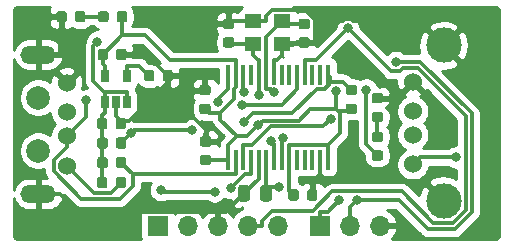
<source format=gtl>
G04 #@! TF.GenerationSoftware,KiCad,Pcbnew,(5.1.2)-1*
G04 #@! TF.CreationDate,2021-07-24T10:23:43+09:00*
G04 #@! TF.ProjectId,PS2USB,50533255-5342-42e6-9b69-6361645f7063,v2.1*
G04 #@! TF.SameCoordinates,Original*
G04 #@! TF.FileFunction,Copper,L1,Top*
G04 #@! TF.FilePolarity,Positive*
%FSLAX46Y46*%
G04 Gerber Fmt 4.6, Leading zero omitted, Abs format (unit mm)*
G04 Created by KiCad (PCBNEW (5.1.2)-1) date 2021-07-24 10:23:43*
%MOMM*%
%LPD*%
G04 APERTURE LIST*
%ADD10C,0.050000*%
%ADD11C,0.875000*%
%ADD12R,0.650000X1.060000*%
%ADD13C,0.975000*%
%ADD14C,1.524000*%
%ADD15O,3.000000X1.500000*%
%ADD16C,2.000000*%
%ADD17O,1.700000X1.700000*%
%ADD18R,1.700000X1.700000*%
%ADD19C,3.000000*%
%ADD20R,1.400000X1.200000*%
%ADD21R,0.450000X1.750000*%
%ADD22C,0.800000*%
%ADD23C,0.300000*%
%ADD24C,0.254000*%
G04 APERTURE END LIST*
D10*
G36*
X104277691Y-93813553D02*
G01*
X104298926Y-93816703D01*
X104319750Y-93821919D01*
X104339962Y-93829151D01*
X104359368Y-93838330D01*
X104377781Y-93849366D01*
X104395024Y-93862154D01*
X104410930Y-93876570D01*
X104425346Y-93892476D01*
X104438134Y-93909719D01*
X104449170Y-93928132D01*
X104458349Y-93947538D01*
X104465581Y-93967750D01*
X104470797Y-93988574D01*
X104473947Y-94009809D01*
X104475000Y-94031250D01*
X104475000Y-94468750D01*
X104473947Y-94490191D01*
X104470797Y-94511426D01*
X104465581Y-94532250D01*
X104458349Y-94552462D01*
X104449170Y-94571868D01*
X104438134Y-94590281D01*
X104425346Y-94607524D01*
X104410930Y-94623430D01*
X104395024Y-94637846D01*
X104377781Y-94650634D01*
X104359368Y-94661670D01*
X104339962Y-94670849D01*
X104319750Y-94678081D01*
X104298926Y-94683297D01*
X104277691Y-94686447D01*
X104256250Y-94687500D01*
X103743750Y-94687500D01*
X103722309Y-94686447D01*
X103701074Y-94683297D01*
X103680250Y-94678081D01*
X103660038Y-94670849D01*
X103640632Y-94661670D01*
X103622219Y-94650634D01*
X103604976Y-94637846D01*
X103589070Y-94623430D01*
X103574654Y-94607524D01*
X103561866Y-94590281D01*
X103550830Y-94571868D01*
X103541651Y-94552462D01*
X103534419Y-94532250D01*
X103529203Y-94511426D01*
X103526053Y-94490191D01*
X103525000Y-94468750D01*
X103525000Y-94031250D01*
X103526053Y-94009809D01*
X103529203Y-93988574D01*
X103534419Y-93967750D01*
X103541651Y-93947538D01*
X103550830Y-93928132D01*
X103561866Y-93909719D01*
X103574654Y-93892476D01*
X103589070Y-93876570D01*
X103604976Y-93862154D01*
X103622219Y-93849366D01*
X103640632Y-93838330D01*
X103660038Y-93829151D01*
X103680250Y-93821919D01*
X103701074Y-93816703D01*
X103722309Y-93813553D01*
X103743750Y-93812500D01*
X104256250Y-93812500D01*
X104277691Y-93813553D01*
X104277691Y-93813553D01*
G37*
D11*
X104000000Y-94250000D03*
D10*
G36*
X104277691Y-92238553D02*
G01*
X104298926Y-92241703D01*
X104319750Y-92246919D01*
X104339962Y-92254151D01*
X104359368Y-92263330D01*
X104377781Y-92274366D01*
X104395024Y-92287154D01*
X104410930Y-92301570D01*
X104425346Y-92317476D01*
X104438134Y-92334719D01*
X104449170Y-92353132D01*
X104458349Y-92372538D01*
X104465581Y-92392750D01*
X104470797Y-92413574D01*
X104473947Y-92434809D01*
X104475000Y-92456250D01*
X104475000Y-92893750D01*
X104473947Y-92915191D01*
X104470797Y-92936426D01*
X104465581Y-92957250D01*
X104458349Y-92977462D01*
X104449170Y-92996868D01*
X104438134Y-93015281D01*
X104425346Y-93032524D01*
X104410930Y-93048430D01*
X104395024Y-93062846D01*
X104377781Y-93075634D01*
X104359368Y-93086670D01*
X104339962Y-93095849D01*
X104319750Y-93103081D01*
X104298926Y-93108297D01*
X104277691Y-93111447D01*
X104256250Y-93112500D01*
X103743750Y-93112500D01*
X103722309Y-93111447D01*
X103701074Y-93108297D01*
X103680250Y-93103081D01*
X103660038Y-93095849D01*
X103640632Y-93086670D01*
X103622219Y-93075634D01*
X103604976Y-93062846D01*
X103589070Y-93048430D01*
X103574654Y-93032524D01*
X103561866Y-93015281D01*
X103550830Y-92996868D01*
X103541651Y-92977462D01*
X103534419Y-92957250D01*
X103529203Y-92936426D01*
X103526053Y-92915191D01*
X103525000Y-92893750D01*
X103525000Y-92456250D01*
X103526053Y-92434809D01*
X103529203Y-92413574D01*
X103534419Y-92392750D01*
X103541651Y-92372538D01*
X103550830Y-92353132D01*
X103561866Y-92334719D01*
X103574654Y-92317476D01*
X103589070Y-92301570D01*
X103604976Y-92287154D01*
X103622219Y-92274366D01*
X103640632Y-92263330D01*
X103660038Y-92254151D01*
X103680250Y-92246919D01*
X103701074Y-92241703D01*
X103722309Y-92238553D01*
X103743750Y-92237500D01*
X104256250Y-92237500D01*
X104277691Y-92238553D01*
X104277691Y-92238553D01*
G37*
D11*
X104000000Y-92675000D03*
D10*
G36*
X82615191Y-82026053D02*
G01*
X82636426Y-82029203D01*
X82657250Y-82034419D01*
X82677462Y-82041651D01*
X82696868Y-82050830D01*
X82715281Y-82061866D01*
X82732524Y-82074654D01*
X82748430Y-82089070D01*
X82762846Y-82104976D01*
X82775634Y-82122219D01*
X82786670Y-82140632D01*
X82795849Y-82160038D01*
X82803081Y-82180250D01*
X82808297Y-82201074D01*
X82811447Y-82222309D01*
X82812500Y-82243750D01*
X82812500Y-82756250D01*
X82811447Y-82777691D01*
X82808297Y-82798926D01*
X82803081Y-82819750D01*
X82795849Y-82839962D01*
X82786670Y-82859368D01*
X82775634Y-82877781D01*
X82762846Y-82895024D01*
X82748430Y-82910930D01*
X82732524Y-82925346D01*
X82715281Y-82938134D01*
X82696868Y-82949170D01*
X82677462Y-82958349D01*
X82657250Y-82965581D01*
X82636426Y-82970797D01*
X82615191Y-82973947D01*
X82593750Y-82975000D01*
X82156250Y-82975000D01*
X82134809Y-82973947D01*
X82113574Y-82970797D01*
X82092750Y-82965581D01*
X82072538Y-82958349D01*
X82053132Y-82949170D01*
X82034719Y-82938134D01*
X82017476Y-82925346D01*
X82001570Y-82910930D01*
X81987154Y-82895024D01*
X81974366Y-82877781D01*
X81963330Y-82859368D01*
X81954151Y-82839962D01*
X81946919Y-82819750D01*
X81941703Y-82798926D01*
X81938553Y-82777691D01*
X81937500Y-82756250D01*
X81937500Y-82243750D01*
X81938553Y-82222309D01*
X81941703Y-82201074D01*
X81946919Y-82180250D01*
X81954151Y-82160038D01*
X81963330Y-82140632D01*
X81974366Y-82122219D01*
X81987154Y-82104976D01*
X82001570Y-82089070D01*
X82017476Y-82074654D01*
X82034719Y-82061866D01*
X82053132Y-82050830D01*
X82072538Y-82041651D01*
X82092750Y-82034419D01*
X82113574Y-82029203D01*
X82134809Y-82026053D01*
X82156250Y-82025000D01*
X82593750Y-82025000D01*
X82615191Y-82026053D01*
X82615191Y-82026053D01*
G37*
D11*
X82375000Y-82500000D03*
D10*
G36*
X81040191Y-82026053D02*
G01*
X81061426Y-82029203D01*
X81082250Y-82034419D01*
X81102462Y-82041651D01*
X81121868Y-82050830D01*
X81140281Y-82061866D01*
X81157524Y-82074654D01*
X81173430Y-82089070D01*
X81187846Y-82104976D01*
X81200634Y-82122219D01*
X81211670Y-82140632D01*
X81220849Y-82160038D01*
X81228081Y-82180250D01*
X81233297Y-82201074D01*
X81236447Y-82222309D01*
X81237500Y-82243750D01*
X81237500Y-82756250D01*
X81236447Y-82777691D01*
X81233297Y-82798926D01*
X81228081Y-82819750D01*
X81220849Y-82839962D01*
X81211670Y-82859368D01*
X81200634Y-82877781D01*
X81187846Y-82895024D01*
X81173430Y-82910930D01*
X81157524Y-82925346D01*
X81140281Y-82938134D01*
X81121868Y-82949170D01*
X81102462Y-82958349D01*
X81082250Y-82965581D01*
X81061426Y-82970797D01*
X81040191Y-82973947D01*
X81018750Y-82975000D01*
X80581250Y-82975000D01*
X80559809Y-82973947D01*
X80538574Y-82970797D01*
X80517750Y-82965581D01*
X80497538Y-82958349D01*
X80478132Y-82949170D01*
X80459719Y-82938134D01*
X80442476Y-82925346D01*
X80426570Y-82910930D01*
X80412154Y-82895024D01*
X80399366Y-82877781D01*
X80388330Y-82859368D01*
X80379151Y-82839962D01*
X80371919Y-82819750D01*
X80366703Y-82798926D01*
X80363553Y-82777691D01*
X80362500Y-82756250D01*
X80362500Y-82243750D01*
X80363553Y-82222309D01*
X80366703Y-82201074D01*
X80371919Y-82180250D01*
X80379151Y-82160038D01*
X80388330Y-82140632D01*
X80399366Y-82122219D01*
X80412154Y-82104976D01*
X80426570Y-82089070D01*
X80442476Y-82074654D01*
X80459719Y-82061866D01*
X80478132Y-82050830D01*
X80497538Y-82041651D01*
X80517750Y-82034419D01*
X80538574Y-82029203D01*
X80559809Y-82026053D01*
X80581250Y-82025000D01*
X81018750Y-82025000D01*
X81040191Y-82026053D01*
X81040191Y-82026053D01*
G37*
D11*
X80800000Y-82500000D03*
D12*
X80900000Y-87550000D03*
X82800000Y-87550000D03*
X82800000Y-89750000D03*
X81850000Y-89750000D03*
X80900000Y-89750000D03*
D10*
G36*
X102077691Y-88276053D02*
G01*
X102098926Y-88279203D01*
X102119750Y-88284419D01*
X102139962Y-88291651D01*
X102159368Y-88300830D01*
X102177781Y-88311866D01*
X102195024Y-88324654D01*
X102210930Y-88339070D01*
X102225346Y-88354976D01*
X102238134Y-88372219D01*
X102249170Y-88390632D01*
X102258349Y-88410038D01*
X102265581Y-88430250D01*
X102270797Y-88451074D01*
X102273947Y-88472309D01*
X102275000Y-88493750D01*
X102275000Y-88931250D01*
X102273947Y-88952691D01*
X102270797Y-88973926D01*
X102265581Y-88994750D01*
X102258349Y-89014962D01*
X102249170Y-89034368D01*
X102238134Y-89052781D01*
X102225346Y-89070024D01*
X102210930Y-89085930D01*
X102195024Y-89100346D01*
X102177781Y-89113134D01*
X102159368Y-89124170D01*
X102139962Y-89133349D01*
X102119750Y-89140581D01*
X102098926Y-89145797D01*
X102077691Y-89148947D01*
X102056250Y-89150000D01*
X101543750Y-89150000D01*
X101522309Y-89148947D01*
X101501074Y-89145797D01*
X101480250Y-89140581D01*
X101460038Y-89133349D01*
X101440632Y-89124170D01*
X101422219Y-89113134D01*
X101404976Y-89100346D01*
X101389070Y-89085930D01*
X101374654Y-89070024D01*
X101361866Y-89052781D01*
X101350830Y-89034368D01*
X101341651Y-89014962D01*
X101334419Y-88994750D01*
X101329203Y-88973926D01*
X101326053Y-88952691D01*
X101325000Y-88931250D01*
X101325000Y-88493750D01*
X101326053Y-88472309D01*
X101329203Y-88451074D01*
X101334419Y-88430250D01*
X101341651Y-88410038D01*
X101350830Y-88390632D01*
X101361866Y-88372219D01*
X101374654Y-88354976D01*
X101389070Y-88339070D01*
X101404976Y-88324654D01*
X101422219Y-88311866D01*
X101440632Y-88300830D01*
X101460038Y-88291651D01*
X101480250Y-88284419D01*
X101501074Y-88279203D01*
X101522309Y-88276053D01*
X101543750Y-88275000D01*
X102056250Y-88275000D01*
X102077691Y-88276053D01*
X102077691Y-88276053D01*
G37*
D11*
X101800000Y-88712500D03*
D10*
G36*
X102077691Y-89851053D02*
G01*
X102098926Y-89854203D01*
X102119750Y-89859419D01*
X102139962Y-89866651D01*
X102159368Y-89875830D01*
X102177781Y-89886866D01*
X102195024Y-89899654D01*
X102210930Y-89914070D01*
X102225346Y-89929976D01*
X102238134Y-89947219D01*
X102249170Y-89965632D01*
X102258349Y-89985038D01*
X102265581Y-90005250D01*
X102270797Y-90026074D01*
X102273947Y-90047309D01*
X102275000Y-90068750D01*
X102275000Y-90506250D01*
X102273947Y-90527691D01*
X102270797Y-90548926D01*
X102265581Y-90569750D01*
X102258349Y-90589962D01*
X102249170Y-90609368D01*
X102238134Y-90627781D01*
X102225346Y-90645024D01*
X102210930Y-90660930D01*
X102195024Y-90675346D01*
X102177781Y-90688134D01*
X102159368Y-90699170D01*
X102139962Y-90708349D01*
X102119750Y-90715581D01*
X102098926Y-90720797D01*
X102077691Y-90723947D01*
X102056250Y-90725000D01*
X101543750Y-90725000D01*
X101522309Y-90723947D01*
X101501074Y-90720797D01*
X101480250Y-90715581D01*
X101460038Y-90708349D01*
X101440632Y-90699170D01*
X101422219Y-90688134D01*
X101404976Y-90675346D01*
X101389070Y-90660930D01*
X101374654Y-90645024D01*
X101361866Y-90627781D01*
X101350830Y-90609368D01*
X101341651Y-90589962D01*
X101334419Y-90569750D01*
X101329203Y-90548926D01*
X101326053Y-90527691D01*
X101325000Y-90506250D01*
X101325000Y-90068750D01*
X101326053Y-90047309D01*
X101329203Y-90026074D01*
X101334419Y-90005250D01*
X101341651Y-89985038D01*
X101350830Y-89965632D01*
X101361866Y-89947219D01*
X101374654Y-89929976D01*
X101389070Y-89914070D01*
X101404976Y-89899654D01*
X101422219Y-89886866D01*
X101440632Y-89875830D01*
X101460038Y-89866651D01*
X101480250Y-89859419D01*
X101501074Y-89854203D01*
X101522309Y-89851053D01*
X101543750Y-89850000D01*
X102056250Y-89850000D01*
X102077691Y-89851053D01*
X102077691Y-89851053D01*
G37*
D11*
X101800000Y-90287500D03*
D10*
G36*
X92967642Y-96751174D02*
G01*
X92991303Y-96754684D01*
X93014507Y-96760496D01*
X93037029Y-96768554D01*
X93058653Y-96778782D01*
X93079170Y-96791079D01*
X93098383Y-96805329D01*
X93116107Y-96821393D01*
X93132171Y-96839117D01*
X93146421Y-96858330D01*
X93158718Y-96878847D01*
X93168946Y-96900471D01*
X93177004Y-96922993D01*
X93182816Y-96946197D01*
X93186326Y-96969858D01*
X93187500Y-96993750D01*
X93187500Y-97906250D01*
X93186326Y-97930142D01*
X93182816Y-97953803D01*
X93177004Y-97977007D01*
X93168946Y-97999529D01*
X93158718Y-98021153D01*
X93146421Y-98041670D01*
X93132171Y-98060883D01*
X93116107Y-98078607D01*
X93098383Y-98094671D01*
X93079170Y-98108921D01*
X93058653Y-98121218D01*
X93037029Y-98131446D01*
X93014507Y-98139504D01*
X92991303Y-98145316D01*
X92967642Y-98148826D01*
X92943750Y-98150000D01*
X92456250Y-98150000D01*
X92432358Y-98148826D01*
X92408697Y-98145316D01*
X92385493Y-98139504D01*
X92362971Y-98131446D01*
X92341347Y-98121218D01*
X92320830Y-98108921D01*
X92301617Y-98094671D01*
X92283893Y-98078607D01*
X92267829Y-98060883D01*
X92253579Y-98041670D01*
X92241282Y-98021153D01*
X92231054Y-97999529D01*
X92222996Y-97977007D01*
X92217184Y-97953803D01*
X92213674Y-97930142D01*
X92212500Y-97906250D01*
X92212500Y-96993750D01*
X92213674Y-96969858D01*
X92217184Y-96946197D01*
X92222996Y-96922993D01*
X92231054Y-96900471D01*
X92241282Y-96878847D01*
X92253579Y-96858330D01*
X92267829Y-96839117D01*
X92283893Y-96821393D01*
X92301617Y-96805329D01*
X92320830Y-96791079D01*
X92341347Y-96778782D01*
X92362971Y-96768554D01*
X92385493Y-96760496D01*
X92408697Y-96754684D01*
X92432358Y-96751174D01*
X92456250Y-96750000D01*
X92943750Y-96750000D01*
X92967642Y-96751174D01*
X92967642Y-96751174D01*
G37*
D13*
X92700000Y-97450000D03*
D10*
G36*
X94842642Y-96751174D02*
G01*
X94866303Y-96754684D01*
X94889507Y-96760496D01*
X94912029Y-96768554D01*
X94933653Y-96778782D01*
X94954170Y-96791079D01*
X94973383Y-96805329D01*
X94991107Y-96821393D01*
X95007171Y-96839117D01*
X95021421Y-96858330D01*
X95033718Y-96878847D01*
X95043946Y-96900471D01*
X95052004Y-96922993D01*
X95057816Y-96946197D01*
X95061326Y-96969858D01*
X95062500Y-96993750D01*
X95062500Y-97906250D01*
X95061326Y-97930142D01*
X95057816Y-97953803D01*
X95052004Y-97977007D01*
X95043946Y-97999529D01*
X95033718Y-98021153D01*
X95021421Y-98041670D01*
X95007171Y-98060883D01*
X94991107Y-98078607D01*
X94973383Y-98094671D01*
X94954170Y-98108921D01*
X94933653Y-98121218D01*
X94912029Y-98131446D01*
X94889507Y-98139504D01*
X94866303Y-98145316D01*
X94842642Y-98148826D01*
X94818750Y-98150000D01*
X94331250Y-98150000D01*
X94307358Y-98148826D01*
X94283697Y-98145316D01*
X94260493Y-98139504D01*
X94237971Y-98131446D01*
X94216347Y-98121218D01*
X94195830Y-98108921D01*
X94176617Y-98094671D01*
X94158893Y-98078607D01*
X94142829Y-98060883D01*
X94128579Y-98041670D01*
X94116282Y-98021153D01*
X94106054Y-97999529D01*
X94097996Y-97977007D01*
X94092184Y-97953803D01*
X94088674Y-97930142D01*
X94087500Y-97906250D01*
X94087500Y-96993750D01*
X94088674Y-96969858D01*
X94092184Y-96946197D01*
X94097996Y-96922993D01*
X94106054Y-96900471D01*
X94116282Y-96878847D01*
X94128579Y-96858330D01*
X94142829Y-96839117D01*
X94158893Y-96821393D01*
X94176617Y-96805329D01*
X94195830Y-96791079D01*
X94216347Y-96778782D01*
X94237971Y-96768554D01*
X94260493Y-96760496D01*
X94283697Y-96754684D01*
X94307358Y-96751174D01*
X94331250Y-96750000D01*
X94818750Y-96750000D01*
X94842642Y-96751174D01*
X94842642Y-96751174D01*
G37*
D13*
X94575000Y-97450000D03*
D14*
X77700000Y-95100000D03*
X77700000Y-92600000D03*
X77700000Y-90600000D03*
X77700000Y-88100000D03*
D15*
X75300000Y-85700000D03*
X75300000Y-97500000D03*
D16*
X75300000Y-89350000D03*
X75300000Y-93850000D03*
D17*
X104240000Y-100200000D03*
X101700000Y-100200000D03*
D18*
X99160000Y-100200000D03*
D17*
X95560000Y-100200000D03*
X93020000Y-100200000D03*
X90480000Y-100200000D03*
X87940000Y-100200000D03*
D18*
X85400000Y-100200000D03*
D10*
G36*
X80940191Y-96076053D02*
G01*
X80961426Y-96079203D01*
X80982250Y-96084419D01*
X81002462Y-96091651D01*
X81021868Y-96100830D01*
X81040281Y-96111866D01*
X81057524Y-96124654D01*
X81073430Y-96139070D01*
X81087846Y-96154976D01*
X81100634Y-96172219D01*
X81111670Y-96190632D01*
X81120849Y-96210038D01*
X81128081Y-96230250D01*
X81133297Y-96251074D01*
X81136447Y-96272309D01*
X81137500Y-96293750D01*
X81137500Y-96806250D01*
X81136447Y-96827691D01*
X81133297Y-96848926D01*
X81128081Y-96869750D01*
X81120849Y-96889962D01*
X81111670Y-96909368D01*
X81100634Y-96927781D01*
X81087846Y-96945024D01*
X81073430Y-96960930D01*
X81057524Y-96975346D01*
X81040281Y-96988134D01*
X81021868Y-96999170D01*
X81002462Y-97008349D01*
X80982250Y-97015581D01*
X80961426Y-97020797D01*
X80940191Y-97023947D01*
X80918750Y-97025000D01*
X80481250Y-97025000D01*
X80459809Y-97023947D01*
X80438574Y-97020797D01*
X80417750Y-97015581D01*
X80397538Y-97008349D01*
X80378132Y-96999170D01*
X80359719Y-96988134D01*
X80342476Y-96975346D01*
X80326570Y-96960930D01*
X80312154Y-96945024D01*
X80299366Y-96927781D01*
X80288330Y-96909368D01*
X80279151Y-96889962D01*
X80271919Y-96869750D01*
X80266703Y-96848926D01*
X80263553Y-96827691D01*
X80262500Y-96806250D01*
X80262500Y-96293750D01*
X80263553Y-96272309D01*
X80266703Y-96251074D01*
X80271919Y-96230250D01*
X80279151Y-96210038D01*
X80288330Y-96190632D01*
X80299366Y-96172219D01*
X80312154Y-96154976D01*
X80326570Y-96139070D01*
X80342476Y-96124654D01*
X80359719Y-96111866D01*
X80378132Y-96100830D01*
X80397538Y-96091651D01*
X80417750Y-96084419D01*
X80438574Y-96079203D01*
X80459809Y-96076053D01*
X80481250Y-96075000D01*
X80918750Y-96075000D01*
X80940191Y-96076053D01*
X80940191Y-96076053D01*
G37*
D11*
X80700000Y-96550000D03*
D10*
G36*
X82515191Y-96076053D02*
G01*
X82536426Y-96079203D01*
X82557250Y-96084419D01*
X82577462Y-96091651D01*
X82596868Y-96100830D01*
X82615281Y-96111866D01*
X82632524Y-96124654D01*
X82648430Y-96139070D01*
X82662846Y-96154976D01*
X82675634Y-96172219D01*
X82686670Y-96190632D01*
X82695849Y-96210038D01*
X82703081Y-96230250D01*
X82708297Y-96251074D01*
X82711447Y-96272309D01*
X82712500Y-96293750D01*
X82712500Y-96806250D01*
X82711447Y-96827691D01*
X82708297Y-96848926D01*
X82703081Y-96869750D01*
X82695849Y-96889962D01*
X82686670Y-96909368D01*
X82675634Y-96927781D01*
X82662846Y-96945024D01*
X82648430Y-96960930D01*
X82632524Y-96975346D01*
X82615281Y-96988134D01*
X82596868Y-96999170D01*
X82577462Y-97008349D01*
X82557250Y-97015581D01*
X82536426Y-97020797D01*
X82515191Y-97023947D01*
X82493750Y-97025000D01*
X82056250Y-97025000D01*
X82034809Y-97023947D01*
X82013574Y-97020797D01*
X81992750Y-97015581D01*
X81972538Y-97008349D01*
X81953132Y-96999170D01*
X81934719Y-96988134D01*
X81917476Y-96975346D01*
X81901570Y-96960930D01*
X81887154Y-96945024D01*
X81874366Y-96927781D01*
X81863330Y-96909368D01*
X81854151Y-96889962D01*
X81846919Y-96869750D01*
X81841703Y-96848926D01*
X81838553Y-96827691D01*
X81837500Y-96806250D01*
X81837500Y-96293750D01*
X81838553Y-96272309D01*
X81841703Y-96251074D01*
X81846919Y-96230250D01*
X81854151Y-96210038D01*
X81863330Y-96190632D01*
X81874366Y-96172219D01*
X81887154Y-96154976D01*
X81901570Y-96139070D01*
X81917476Y-96124654D01*
X81934719Y-96111866D01*
X81953132Y-96100830D01*
X81972538Y-96091651D01*
X81992750Y-96084419D01*
X82013574Y-96079203D01*
X82034809Y-96076053D01*
X82056250Y-96075000D01*
X82493750Y-96075000D01*
X82515191Y-96076053D01*
X82515191Y-96076053D01*
G37*
D11*
X82275000Y-96550000D03*
D10*
G36*
X89677691Y-88288553D02*
G01*
X89698926Y-88291703D01*
X89719750Y-88296919D01*
X89739962Y-88304151D01*
X89759368Y-88313330D01*
X89777781Y-88324366D01*
X89795024Y-88337154D01*
X89810930Y-88351570D01*
X89825346Y-88367476D01*
X89838134Y-88384719D01*
X89849170Y-88403132D01*
X89858349Y-88422538D01*
X89865581Y-88442750D01*
X89870797Y-88463574D01*
X89873947Y-88484809D01*
X89875000Y-88506250D01*
X89875000Y-88943750D01*
X89873947Y-88965191D01*
X89870797Y-88986426D01*
X89865581Y-89007250D01*
X89858349Y-89027462D01*
X89849170Y-89046868D01*
X89838134Y-89065281D01*
X89825346Y-89082524D01*
X89810930Y-89098430D01*
X89795024Y-89112846D01*
X89777781Y-89125634D01*
X89759368Y-89136670D01*
X89739962Y-89145849D01*
X89719750Y-89153081D01*
X89698926Y-89158297D01*
X89677691Y-89161447D01*
X89656250Y-89162500D01*
X89143750Y-89162500D01*
X89122309Y-89161447D01*
X89101074Y-89158297D01*
X89080250Y-89153081D01*
X89060038Y-89145849D01*
X89040632Y-89136670D01*
X89022219Y-89125634D01*
X89004976Y-89112846D01*
X88989070Y-89098430D01*
X88974654Y-89082524D01*
X88961866Y-89065281D01*
X88950830Y-89046868D01*
X88941651Y-89027462D01*
X88934419Y-89007250D01*
X88929203Y-88986426D01*
X88926053Y-88965191D01*
X88925000Y-88943750D01*
X88925000Y-88506250D01*
X88926053Y-88484809D01*
X88929203Y-88463574D01*
X88934419Y-88442750D01*
X88941651Y-88422538D01*
X88950830Y-88403132D01*
X88961866Y-88384719D01*
X88974654Y-88367476D01*
X88989070Y-88351570D01*
X89004976Y-88337154D01*
X89022219Y-88324366D01*
X89040632Y-88313330D01*
X89060038Y-88304151D01*
X89080250Y-88296919D01*
X89101074Y-88291703D01*
X89122309Y-88288553D01*
X89143750Y-88287500D01*
X89656250Y-88287500D01*
X89677691Y-88288553D01*
X89677691Y-88288553D01*
G37*
D11*
X89400000Y-88725000D03*
D10*
G36*
X89677691Y-89863553D02*
G01*
X89698926Y-89866703D01*
X89719750Y-89871919D01*
X89739962Y-89879151D01*
X89759368Y-89888330D01*
X89777781Y-89899366D01*
X89795024Y-89912154D01*
X89810930Y-89926570D01*
X89825346Y-89942476D01*
X89838134Y-89959719D01*
X89849170Y-89978132D01*
X89858349Y-89997538D01*
X89865581Y-90017750D01*
X89870797Y-90038574D01*
X89873947Y-90059809D01*
X89875000Y-90081250D01*
X89875000Y-90518750D01*
X89873947Y-90540191D01*
X89870797Y-90561426D01*
X89865581Y-90582250D01*
X89858349Y-90602462D01*
X89849170Y-90621868D01*
X89838134Y-90640281D01*
X89825346Y-90657524D01*
X89810930Y-90673430D01*
X89795024Y-90687846D01*
X89777781Y-90700634D01*
X89759368Y-90711670D01*
X89739962Y-90720849D01*
X89719750Y-90728081D01*
X89698926Y-90733297D01*
X89677691Y-90736447D01*
X89656250Y-90737500D01*
X89143750Y-90737500D01*
X89122309Y-90736447D01*
X89101074Y-90733297D01*
X89080250Y-90728081D01*
X89060038Y-90720849D01*
X89040632Y-90711670D01*
X89022219Y-90700634D01*
X89004976Y-90687846D01*
X88989070Y-90673430D01*
X88974654Y-90657524D01*
X88961866Y-90640281D01*
X88950830Y-90621868D01*
X88941651Y-90602462D01*
X88934419Y-90582250D01*
X88929203Y-90561426D01*
X88926053Y-90540191D01*
X88925000Y-90518750D01*
X88925000Y-90081250D01*
X88926053Y-90059809D01*
X88929203Y-90038574D01*
X88934419Y-90017750D01*
X88941651Y-89997538D01*
X88950830Y-89978132D01*
X88961866Y-89959719D01*
X88974654Y-89942476D01*
X88989070Y-89926570D01*
X89004976Y-89912154D01*
X89022219Y-89899366D01*
X89040632Y-89888330D01*
X89060038Y-89879151D01*
X89080250Y-89871919D01*
X89101074Y-89866703D01*
X89122309Y-89863553D01*
X89143750Y-89862500D01*
X89656250Y-89862500D01*
X89677691Y-89863553D01*
X89677691Y-89863553D01*
G37*
D11*
X89400000Y-90300000D03*
D10*
G36*
X98715191Y-97126053D02*
G01*
X98736426Y-97129203D01*
X98757250Y-97134419D01*
X98777462Y-97141651D01*
X98796868Y-97150830D01*
X98815281Y-97161866D01*
X98832524Y-97174654D01*
X98848430Y-97189070D01*
X98862846Y-97204976D01*
X98875634Y-97222219D01*
X98886670Y-97240632D01*
X98895849Y-97260038D01*
X98903081Y-97280250D01*
X98908297Y-97301074D01*
X98911447Y-97322309D01*
X98912500Y-97343750D01*
X98912500Y-97856250D01*
X98911447Y-97877691D01*
X98908297Y-97898926D01*
X98903081Y-97919750D01*
X98895849Y-97939962D01*
X98886670Y-97959368D01*
X98875634Y-97977781D01*
X98862846Y-97995024D01*
X98848430Y-98010930D01*
X98832524Y-98025346D01*
X98815281Y-98038134D01*
X98796868Y-98049170D01*
X98777462Y-98058349D01*
X98757250Y-98065581D01*
X98736426Y-98070797D01*
X98715191Y-98073947D01*
X98693750Y-98075000D01*
X98256250Y-98075000D01*
X98234809Y-98073947D01*
X98213574Y-98070797D01*
X98192750Y-98065581D01*
X98172538Y-98058349D01*
X98153132Y-98049170D01*
X98134719Y-98038134D01*
X98117476Y-98025346D01*
X98101570Y-98010930D01*
X98087154Y-97995024D01*
X98074366Y-97977781D01*
X98063330Y-97959368D01*
X98054151Y-97939962D01*
X98046919Y-97919750D01*
X98041703Y-97898926D01*
X98038553Y-97877691D01*
X98037500Y-97856250D01*
X98037500Y-97343750D01*
X98038553Y-97322309D01*
X98041703Y-97301074D01*
X98046919Y-97280250D01*
X98054151Y-97260038D01*
X98063330Y-97240632D01*
X98074366Y-97222219D01*
X98087154Y-97204976D01*
X98101570Y-97189070D01*
X98117476Y-97174654D01*
X98134719Y-97161866D01*
X98153132Y-97150830D01*
X98172538Y-97141651D01*
X98192750Y-97134419D01*
X98213574Y-97129203D01*
X98234809Y-97126053D01*
X98256250Y-97125000D01*
X98693750Y-97125000D01*
X98715191Y-97126053D01*
X98715191Y-97126053D01*
G37*
D11*
X98475000Y-97600000D03*
D10*
G36*
X97140191Y-97126053D02*
G01*
X97161426Y-97129203D01*
X97182250Y-97134419D01*
X97202462Y-97141651D01*
X97221868Y-97150830D01*
X97240281Y-97161866D01*
X97257524Y-97174654D01*
X97273430Y-97189070D01*
X97287846Y-97204976D01*
X97300634Y-97222219D01*
X97311670Y-97240632D01*
X97320849Y-97260038D01*
X97328081Y-97280250D01*
X97333297Y-97301074D01*
X97336447Y-97322309D01*
X97337500Y-97343750D01*
X97337500Y-97856250D01*
X97336447Y-97877691D01*
X97333297Y-97898926D01*
X97328081Y-97919750D01*
X97320849Y-97939962D01*
X97311670Y-97959368D01*
X97300634Y-97977781D01*
X97287846Y-97995024D01*
X97273430Y-98010930D01*
X97257524Y-98025346D01*
X97240281Y-98038134D01*
X97221868Y-98049170D01*
X97202462Y-98058349D01*
X97182250Y-98065581D01*
X97161426Y-98070797D01*
X97140191Y-98073947D01*
X97118750Y-98075000D01*
X96681250Y-98075000D01*
X96659809Y-98073947D01*
X96638574Y-98070797D01*
X96617750Y-98065581D01*
X96597538Y-98058349D01*
X96578132Y-98049170D01*
X96559719Y-98038134D01*
X96542476Y-98025346D01*
X96526570Y-98010930D01*
X96512154Y-97995024D01*
X96499366Y-97977781D01*
X96488330Y-97959368D01*
X96479151Y-97939962D01*
X96471919Y-97919750D01*
X96466703Y-97898926D01*
X96463553Y-97877691D01*
X96462500Y-97856250D01*
X96462500Y-97343750D01*
X96463553Y-97322309D01*
X96466703Y-97301074D01*
X96471919Y-97280250D01*
X96479151Y-97260038D01*
X96488330Y-97240632D01*
X96499366Y-97222219D01*
X96512154Y-97204976D01*
X96526570Y-97189070D01*
X96542476Y-97174654D01*
X96559719Y-97161866D01*
X96578132Y-97150830D01*
X96597538Y-97141651D01*
X96617750Y-97134419D01*
X96638574Y-97129203D01*
X96659809Y-97126053D01*
X96681250Y-97125000D01*
X97118750Y-97125000D01*
X97140191Y-97126053D01*
X97140191Y-97126053D01*
G37*
D11*
X96900000Y-97600000D03*
D10*
G36*
X89727691Y-92626053D02*
G01*
X89748926Y-92629203D01*
X89769750Y-92634419D01*
X89789962Y-92641651D01*
X89809368Y-92650830D01*
X89827781Y-92661866D01*
X89845024Y-92674654D01*
X89860930Y-92689070D01*
X89875346Y-92704976D01*
X89888134Y-92722219D01*
X89899170Y-92740632D01*
X89908349Y-92760038D01*
X89915581Y-92780250D01*
X89920797Y-92801074D01*
X89923947Y-92822309D01*
X89925000Y-92843750D01*
X89925000Y-93281250D01*
X89923947Y-93302691D01*
X89920797Y-93323926D01*
X89915581Y-93344750D01*
X89908349Y-93364962D01*
X89899170Y-93384368D01*
X89888134Y-93402781D01*
X89875346Y-93420024D01*
X89860930Y-93435930D01*
X89845024Y-93450346D01*
X89827781Y-93463134D01*
X89809368Y-93474170D01*
X89789962Y-93483349D01*
X89769750Y-93490581D01*
X89748926Y-93495797D01*
X89727691Y-93498947D01*
X89706250Y-93500000D01*
X89193750Y-93500000D01*
X89172309Y-93498947D01*
X89151074Y-93495797D01*
X89130250Y-93490581D01*
X89110038Y-93483349D01*
X89090632Y-93474170D01*
X89072219Y-93463134D01*
X89054976Y-93450346D01*
X89039070Y-93435930D01*
X89024654Y-93420024D01*
X89011866Y-93402781D01*
X89000830Y-93384368D01*
X88991651Y-93364962D01*
X88984419Y-93344750D01*
X88979203Y-93323926D01*
X88976053Y-93302691D01*
X88975000Y-93281250D01*
X88975000Y-92843750D01*
X88976053Y-92822309D01*
X88979203Y-92801074D01*
X88984419Y-92780250D01*
X88991651Y-92760038D01*
X89000830Y-92740632D01*
X89011866Y-92722219D01*
X89024654Y-92704976D01*
X89039070Y-92689070D01*
X89054976Y-92674654D01*
X89072219Y-92661866D01*
X89090632Y-92650830D01*
X89110038Y-92641651D01*
X89130250Y-92634419D01*
X89151074Y-92629203D01*
X89172309Y-92626053D01*
X89193750Y-92625000D01*
X89706250Y-92625000D01*
X89727691Y-92626053D01*
X89727691Y-92626053D01*
G37*
D11*
X89450000Y-93062500D03*
D10*
G36*
X89727691Y-94201053D02*
G01*
X89748926Y-94204203D01*
X89769750Y-94209419D01*
X89789962Y-94216651D01*
X89809368Y-94225830D01*
X89827781Y-94236866D01*
X89845024Y-94249654D01*
X89860930Y-94264070D01*
X89875346Y-94279976D01*
X89888134Y-94297219D01*
X89899170Y-94315632D01*
X89908349Y-94335038D01*
X89915581Y-94355250D01*
X89920797Y-94376074D01*
X89923947Y-94397309D01*
X89925000Y-94418750D01*
X89925000Y-94856250D01*
X89923947Y-94877691D01*
X89920797Y-94898926D01*
X89915581Y-94919750D01*
X89908349Y-94939962D01*
X89899170Y-94959368D01*
X89888134Y-94977781D01*
X89875346Y-94995024D01*
X89860930Y-95010930D01*
X89845024Y-95025346D01*
X89827781Y-95038134D01*
X89809368Y-95049170D01*
X89789962Y-95058349D01*
X89769750Y-95065581D01*
X89748926Y-95070797D01*
X89727691Y-95073947D01*
X89706250Y-95075000D01*
X89193750Y-95075000D01*
X89172309Y-95073947D01*
X89151074Y-95070797D01*
X89130250Y-95065581D01*
X89110038Y-95058349D01*
X89090632Y-95049170D01*
X89072219Y-95038134D01*
X89054976Y-95025346D01*
X89039070Y-95010930D01*
X89024654Y-94995024D01*
X89011866Y-94977781D01*
X89000830Y-94959368D01*
X88991651Y-94939962D01*
X88984419Y-94919750D01*
X88979203Y-94898926D01*
X88976053Y-94877691D01*
X88975000Y-94856250D01*
X88975000Y-94418750D01*
X88976053Y-94397309D01*
X88979203Y-94376074D01*
X88984419Y-94355250D01*
X88991651Y-94335038D01*
X89000830Y-94315632D01*
X89011866Y-94297219D01*
X89024654Y-94279976D01*
X89039070Y-94264070D01*
X89054976Y-94249654D01*
X89072219Y-94236866D01*
X89090632Y-94225830D01*
X89110038Y-94216651D01*
X89130250Y-94209419D01*
X89151074Y-94204203D01*
X89172309Y-94201053D01*
X89193750Y-94200000D01*
X89706250Y-94200000D01*
X89727691Y-94201053D01*
X89727691Y-94201053D01*
G37*
D11*
X89450000Y-94637500D03*
D10*
G36*
X82565191Y-85226053D02*
G01*
X82586426Y-85229203D01*
X82607250Y-85234419D01*
X82627462Y-85241651D01*
X82646868Y-85250830D01*
X82665281Y-85261866D01*
X82682524Y-85274654D01*
X82698430Y-85289070D01*
X82712846Y-85304976D01*
X82725634Y-85322219D01*
X82736670Y-85340632D01*
X82745849Y-85360038D01*
X82753081Y-85380250D01*
X82758297Y-85401074D01*
X82761447Y-85422309D01*
X82762500Y-85443750D01*
X82762500Y-85956250D01*
X82761447Y-85977691D01*
X82758297Y-85998926D01*
X82753081Y-86019750D01*
X82745849Y-86039962D01*
X82736670Y-86059368D01*
X82725634Y-86077781D01*
X82712846Y-86095024D01*
X82698430Y-86110930D01*
X82682524Y-86125346D01*
X82665281Y-86138134D01*
X82646868Y-86149170D01*
X82627462Y-86158349D01*
X82607250Y-86165581D01*
X82586426Y-86170797D01*
X82565191Y-86173947D01*
X82543750Y-86175000D01*
X82106250Y-86175000D01*
X82084809Y-86173947D01*
X82063574Y-86170797D01*
X82042750Y-86165581D01*
X82022538Y-86158349D01*
X82003132Y-86149170D01*
X81984719Y-86138134D01*
X81967476Y-86125346D01*
X81951570Y-86110930D01*
X81937154Y-86095024D01*
X81924366Y-86077781D01*
X81913330Y-86059368D01*
X81904151Y-86039962D01*
X81896919Y-86019750D01*
X81891703Y-85998926D01*
X81888553Y-85977691D01*
X81887500Y-85956250D01*
X81887500Y-85443750D01*
X81888553Y-85422309D01*
X81891703Y-85401074D01*
X81896919Y-85380250D01*
X81904151Y-85360038D01*
X81913330Y-85340632D01*
X81924366Y-85322219D01*
X81937154Y-85304976D01*
X81951570Y-85289070D01*
X81967476Y-85274654D01*
X81984719Y-85261866D01*
X82003132Y-85250830D01*
X82022538Y-85241651D01*
X82042750Y-85234419D01*
X82063574Y-85229203D01*
X82084809Y-85226053D01*
X82106250Y-85225000D01*
X82543750Y-85225000D01*
X82565191Y-85226053D01*
X82565191Y-85226053D01*
G37*
D11*
X82325000Y-85700000D03*
D10*
G36*
X80990191Y-85226053D02*
G01*
X81011426Y-85229203D01*
X81032250Y-85234419D01*
X81052462Y-85241651D01*
X81071868Y-85250830D01*
X81090281Y-85261866D01*
X81107524Y-85274654D01*
X81123430Y-85289070D01*
X81137846Y-85304976D01*
X81150634Y-85322219D01*
X81161670Y-85340632D01*
X81170849Y-85360038D01*
X81178081Y-85380250D01*
X81183297Y-85401074D01*
X81186447Y-85422309D01*
X81187500Y-85443750D01*
X81187500Y-85956250D01*
X81186447Y-85977691D01*
X81183297Y-85998926D01*
X81178081Y-86019750D01*
X81170849Y-86039962D01*
X81161670Y-86059368D01*
X81150634Y-86077781D01*
X81137846Y-86095024D01*
X81123430Y-86110930D01*
X81107524Y-86125346D01*
X81090281Y-86138134D01*
X81071868Y-86149170D01*
X81052462Y-86158349D01*
X81032250Y-86165581D01*
X81011426Y-86170797D01*
X80990191Y-86173947D01*
X80968750Y-86175000D01*
X80531250Y-86175000D01*
X80509809Y-86173947D01*
X80488574Y-86170797D01*
X80467750Y-86165581D01*
X80447538Y-86158349D01*
X80428132Y-86149170D01*
X80409719Y-86138134D01*
X80392476Y-86125346D01*
X80376570Y-86110930D01*
X80362154Y-86095024D01*
X80349366Y-86077781D01*
X80338330Y-86059368D01*
X80329151Y-86039962D01*
X80321919Y-86019750D01*
X80316703Y-85998926D01*
X80313553Y-85977691D01*
X80312500Y-85956250D01*
X80312500Y-85443750D01*
X80313553Y-85422309D01*
X80316703Y-85401074D01*
X80321919Y-85380250D01*
X80329151Y-85360038D01*
X80338330Y-85340632D01*
X80349366Y-85322219D01*
X80362154Y-85304976D01*
X80376570Y-85289070D01*
X80392476Y-85274654D01*
X80409719Y-85261866D01*
X80428132Y-85250830D01*
X80447538Y-85241651D01*
X80467750Y-85234419D01*
X80488574Y-85229203D01*
X80509809Y-85226053D01*
X80531250Y-85225000D01*
X80968750Y-85225000D01*
X80990191Y-85226053D01*
X80990191Y-85226053D01*
G37*
D11*
X80750000Y-85700000D03*
D10*
G36*
X86490191Y-87026053D02*
G01*
X86511426Y-87029203D01*
X86532250Y-87034419D01*
X86552462Y-87041651D01*
X86571868Y-87050830D01*
X86590281Y-87061866D01*
X86607524Y-87074654D01*
X86623430Y-87089070D01*
X86637846Y-87104976D01*
X86650634Y-87122219D01*
X86661670Y-87140632D01*
X86670849Y-87160038D01*
X86678081Y-87180250D01*
X86683297Y-87201074D01*
X86686447Y-87222309D01*
X86687500Y-87243750D01*
X86687500Y-87756250D01*
X86686447Y-87777691D01*
X86683297Y-87798926D01*
X86678081Y-87819750D01*
X86670849Y-87839962D01*
X86661670Y-87859368D01*
X86650634Y-87877781D01*
X86637846Y-87895024D01*
X86623430Y-87910930D01*
X86607524Y-87925346D01*
X86590281Y-87938134D01*
X86571868Y-87949170D01*
X86552462Y-87958349D01*
X86532250Y-87965581D01*
X86511426Y-87970797D01*
X86490191Y-87973947D01*
X86468750Y-87975000D01*
X86031250Y-87975000D01*
X86009809Y-87973947D01*
X85988574Y-87970797D01*
X85967750Y-87965581D01*
X85947538Y-87958349D01*
X85928132Y-87949170D01*
X85909719Y-87938134D01*
X85892476Y-87925346D01*
X85876570Y-87910930D01*
X85862154Y-87895024D01*
X85849366Y-87877781D01*
X85838330Y-87859368D01*
X85829151Y-87839962D01*
X85821919Y-87819750D01*
X85816703Y-87798926D01*
X85813553Y-87777691D01*
X85812500Y-87756250D01*
X85812500Y-87243750D01*
X85813553Y-87222309D01*
X85816703Y-87201074D01*
X85821919Y-87180250D01*
X85829151Y-87160038D01*
X85838330Y-87140632D01*
X85849366Y-87122219D01*
X85862154Y-87104976D01*
X85876570Y-87089070D01*
X85892476Y-87074654D01*
X85909719Y-87061866D01*
X85928132Y-87050830D01*
X85947538Y-87041651D01*
X85967750Y-87034419D01*
X85988574Y-87029203D01*
X86009809Y-87026053D01*
X86031250Y-87025000D01*
X86468750Y-87025000D01*
X86490191Y-87026053D01*
X86490191Y-87026053D01*
G37*
D11*
X86250000Y-87500000D03*
D10*
G36*
X84915191Y-87026053D02*
G01*
X84936426Y-87029203D01*
X84957250Y-87034419D01*
X84977462Y-87041651D01*
X84996868Y-87050830D01*
X85015281Y-87061866D01*
X85032524Y-87074654D01*
X85048430Y-87089070D01*
X85062846Y-87104976D01*
X85075634Y-87122219D01*
X85086670Y-87140632D01*
X85095849Y-87160038D01*
X85103081Y-87180250D01*
X85108297Y-87201074D01*
X85111447Y-87222309D01*
X85112500Y-87243750D01*
X85112500Y-87756250D01*
X85111447Y-87777691D01*
X85108297Y-87798926D01*
X85103081Y-87819750D01*
X85095849Y-87839962D01*
X85086670Y-87859368D01*
X85075634Y-87877781D01*
X85062846Y-87895024D01*
X85048430Y-87910930D01*
X85032524Y-87925346D01*
X85015281Y-87938134D01*
X84996868Y-87949170D01*
X84977462Y-87958349D01*
X84957250Y-87965581D01*
X84936426Y-87970797D01*
X84915191Y-87973947D01*
X84893750Y-87975000D01*
X84456250Y-87975000D01*
X84434809Y-87973947D01*
X84413574Y-87970797D01*
X84392750Y-87965581D01*
X84372538Y-87958349D01*
X84353132Y-87949170D01*
X84334719Y-87938134D01*
X84317476Y-87925346D01*
X84301570Y-87910930D01*
X84287154Y-87895024D01*
X84274366Y-87877781D01*
X84263330Y-87859368D01*
X84254151Y-87839962D01*
X84246919Y-87819750D01*
X84241703Y-87798926D01*
X84238553Y-87777691D01*
X84237500Y-87756250D01*
X84237500Y-87243750D01*
X84238553Y-87222309D01*
X84241703Y-87201074D01*
X84246919Y-87180250D01*
X84254151Y-87160038D01*
X84263330Y-87140632D01*
X84274366Y-87122219D01*
X84287154Y-87104976D01*
X84301570Y-87089070D01*
X84317476Y-87074654D01*
X84334719Y-87061866D01*
X84353132Y-87050830D01*
X84372538Y-87041651D01*
X84392750Y-87034419D01*
X84413574Y-87029203D01*
X84434809Y-87026053D01*
X84456250Y-87025000D01*
X84893750Y-87025000D01*
X84915191Y-87026053D01*
X84915191Y-87026053D01*
G37*
D11*
X84675000Y-87500000D03*
D10*
G36*
X82515191Y-91076053D02*
G01*
X82536426Y-91079203D01*
X82557250Y-91084419D01*
X82577462Y-91091651D01*
X82596868Y-91100830D01*
X82615281Y-91111866D01*
X82632524Y-91124654D01*
X82648430Y-91139070D01*
X82662846Y-91154976D01*
X82675634Y-91172219D01*
X82686670Y-91190632D01*
X82695849Y-91210038D01*
X82703081Y-91230250D01*
X82708297Y-91251074D01*
X82711447Y-91272309D01*
X82712500Y-91293750D01*
X82712500Y-91806250D01*
X82711447Y-91827691D01*
X82708297Y-91848926D01*
X82703081Y-91869750D01*
X82695849Y-91889962D01*
X82686670Y-91909368D01*
X82675634Y-91927781D01*
X82662846Y-91945024D01*
X82648430Y-91960930D01*
X82632524Y-91975346D01*
X82615281Y-91988134D01*
X82596868Y-91999170D01*
X82577462Y-92008349D01*
X82557250Y-92015581D01*
X82536426Y-92020797D01*
X82515191Y-92023947D01*
X82493750Y-92025000D01*
X82056250Y-92025000D01*
X82034809Y-92023947D01*
X82013574Y-92020797D01*
X81992750Y-92015581D01*
X81972538Y-92008349D01*
X81953132Y-91999170D01*
X81934719Y-91988134D01*
X81917476Y-91975346D01*
X81901570Y-91960930D01*
X81887154Y-91945024D01*
X81874366Y-91927781D01*
X81863330Y-91909368D01*
X81854151Y-91889962D01*
X81846919Y-91869750D01*
X81841703Y-91848926D01*
X81838553Y-91827691D01*
X81837500Y-91806250D01*
X81837500Y-91293750D01*
X81838553Y-91272309D01*
X81841703Y-91251074D01*
X81846919Y-91230250D01*
X81854151Y-91210038D01*
X81863330Y-91190632D01*
X81874366Y-91172219D01*
X81887154Y-91154976D01*
X81901570Y-91139070D01*
X81917476Y-91124654D01*
X81934719Y-91111866D01*
X81953132Y-91100830D01*
X81972538Y-91091651D01*
X81992750Y-91084419D01*
X82013574Y-91079203D01*
X82034809Y-91076053D01*
X82056250Y-91075000D01*
X82493750Y-91075000D01*
X82515191Y-91076053D01*
X82515191Y-91076053D01*
G37*
D11*
X82275000Y-91550000D03*
D10*
G36*
X80940191Y-91076053D02*
G01*
X80961426Y-91079203D01*
X80982250Y-91084419D01*
X81002462Y-91091651D01*
X81021868Y-91100830D01*
X81040281Y-91111866D01*
X81057524Y-91124654D01*
X81073430Y-91139070D01*
X81087846Y-91154976D01*
X81100634Y-91172219D01*
X81111670Y-91190632D01*
X81120849Y-91210038D01*
X81128081Y-91230250D01*
X81133297Y-91251074D01*
X81136447Y-91272309D01*
X81137500Y-91293750D01*
X81137500Y-91806250D01*
X81136447Y-91827691D01*
X81133297Y-91848926D01*
X81128081Y-91869750D01*
X81120849Y-91889962D01*
X81111670Y-91909368D01*
X81100634Y-91927781D01*
X81087846Y-91945024D01*
X81073430Y-91960930D01*
X81057524Y-91975346D01*
X81040281Y-91988134D01*
X81021868Y-91999170D01*
X81002462Y-92008349D01*
X80982250Y-92015581D01*
X80961426Y-92020797D01*
X80940191Y-92023947D01*
X80918750Y-92025000D01*
X80481250Y-92025000D01*
X80459809Y-92023947D01*
X80438574Y-92020797D01*
X80417750Y-92015581D01*
X80397538Y-92008349D01*
X80378132Y-91999170D01*
X80359719Y-91988134D01*
X80342476Y-91975346D01*
X80326570Y-91960930D01*
X80312154Y-91945024D01*
X80299366Y-91927781D01*
X80288330Y-91909368D01*
X80279151Y-91889962D01*
X80271919Y-91869750D01*
X80266703Y-91848926D01*
X80263553Y-91827691D01*
X80262500Y-91806250D01*
X80262500Y-91293750D01*
X80263553Y-91272309D01*
X80266703Y-91251074D01*
X80271919Y-91230250D01*
X80279151Y-91210038D01*
X80288330Y-91190632D01*
X80299366Y-91172219D01*
X80312154Y-91154976D01*
X80326570Y-91139070D01*
X80342476Y-91124654D01*
X80359719Y-91111866D01*
X80378132Y-91100830D01*
X80397538Y-91091651D01*
X80417750Y-91084419D01*
X80438574Y-91079203D01*
X80459809Y-91076053D01*
X80481250Y-91075000D01*
X80918750Y-91075000D01*
X80940191Y-91076053D01*
X80940191Y-91076053D01*
G37*
D11*
X80700000Y-91550000D03*
D10*
G36*
X91677691Y-82663553D02*
G01*
X91698926Y-82666703D01*
X91719750Y-82671919D01*
X91739962Y-82679151D01*
X91759368Y-82688330D01*
X91777781Y-82699366D01*
X91795024Y-82712154D01*
X91810930Y-82726570D01*
X91825346Y-82742476D01*
X91838134Y-82759719D01*
X91849170Y-82778132D01*
X91858349Y-82797538D01*
X91865581Y-82817750D01*
X91870797Y-82838574D01*
X91873947Y-82859809D01*
X91875000Y-82881250D01*
X91875000Y-83318750D01*
X91873947Y-83340191D01*
X91870797Y-83361426D01*
X91865581Y-83382250D01*
X91858349Y-83402462D01*
X91849170Y-83421868D01*
X91838134Y-83440281D01*
X91825346Y-83457524D01*
X91810930Y-83473430D01*
X91795024Y-83487846D01*
X91777781Y-83500634D01*
X91759368Y-83511670D01*
X91739962Y-83520849D01*
X91719750Y-83528081D01*
X91698926Y-83533297D01*
X91677691Y-83536447D01*
X91656250Y-83537500D01*
X91143750Y-83537500D01*
X91122309Y-83536447D01*
X91101074Y-83533297D01*
X91080250Y-83528081D01*
X91060038Y-83520849D01*
X91040632Y-83511670D01*
X91022219Y-83500634D01*
X91004976Y-83487846D01*
X90989070Y-83473430D01*
X90974654Y-83457524D01*
X90961866Y-83440281D01*
X90950830Y-83421868D01*
X90941651Y-83402462D01*
X90934419Y-83382250D01*
X90929203Y-83361426D01*
X90926053Y-83340191D01*
X90925000Y-83318750D01*
X90925000Y-82881250D01*
X90926053Y-82859809D01*
X90929203Y-82838574D01*
X90934419Y-82817750D01*
X90941651Y-82797538D01*
X90950830Y-82778132D01*
X90961866Y-82759719D01*
X90974654Y-82742476D01*
X90989070Y-82726570D01*
X91004976Y-82712154D01*
X91022219Y-82699366D01*
X91040632Y-82688330D01*
X91060038Y-82679151D01*
X91080250Y-82671919D01*
X91101074Y-82666703D01*
X91122309Y-82663553D01*
X91143750Y-82662500D01*
X91656250Y-82662500D01*
X91677691Y-82663553D01*
X91677691Y-82663553D01*
G37*
D11*
X91400000Y-83100000D03*
D10*
G36*
X91677691Y-84238553D02*
G01*
X91698926Y-84241703D01*
X91719750Y-84246919D01*
X91739962Y-84254151D01*
X91759368Y-84263330D01*
X91777781Y-84274366D01*
X91795024Y-84287154D01*
X91810930Y-84301570D01*
X91825346Y-84317476D01*
X91838134Y-84334719D01*
X91849170Y-84353132D01*
X91858349Y-84372538D01*
X91865581Y-84392750D01*
X91870797Y-84413574D01*
X91873947Y-84434809D01*
X91875000Y-84456250D01*
X91875000Y-84893750D01*
X91873947Y-84915191D01*
X91870797Y-84936426D01*
X91865581Y-84957250D01*
X91858349Y-84977462D01*
X91849170Y-84996868D01*
X91838134Y-85015281D01*
X91825346Y-85032524D01*
X91810930Y-85048430D01*
X91795024Y-85062846D01*
X91777781Y-85075634D01*
X91759368Y-85086670D01*
X91739962Y-85095849D01*
X91719750Y-85103081D01*
X91698926Y-85108297D01*
X91677691Y-85111447D01*
X91656250Y-85112500D01*
X91143750Y-85112500D01*
X91122309Y-85111447D01*
X91101074Y-85108297D01*
X91080250Y-85103081D01*
X91060038Y-85095849D01*
X91040632Y-85086670D01*
X91022219Y-85075634D01*
X91004976Y-85062846D01*
X90989070Y-85048430D01*
X90974654Y-85032524D01*
X90961866Y-85015281D01*
X90950830Y-84996868D01*
X90941651Y-84977462D01*
X90934419Y-84957250D01*
X90929203Y-84936426D01*
X90926053Y-84915191D01*
X90925000Y-84893750D01*
X90925000Y-84456250D01*
X90926053Y-84434809D01*
X90929203Y-84413574D01*
X90934419Y-84392750D01*
X90941651Y-84372538D01*
X90950830Y-84353132D01*
X90961866Y-84334719D01*
X90974654Y-84317476D01*
X90989070Y-84301570D01*
X91004976Y-84287154D01*
X91022219Y-84274366D01*
X91040632Y-84263330D01*
X91060038Y-84254151D01*
X91080250Y-84246919D01*
X91101074Y-84241703D01*
X91122309Y-84238553D01*
X91143750Y-84237500D01*
X91656250Y-84237500D01*
X91677691Y-84238553D01*
X91677691Y-84238553D01*
G37*
D11*
X91400000Y-84675000D03*
D10*
G36*
X98077691Y-84251053D02*
G01*
X98098926Y-84254203D01*
X98119750Y-84259419D01*
X98139962Y-84266651D01*
X98159368Y-84275830D01*
X98177781Y-84286866D01*
X98195024Y-84299654D01*
X98210930Y-84314070D01*
X98225346Y-84329976D01*
X98238134Y-84347219D01*
X98249170Y-84365632D01*
X98258349Y-84385038D01*
X98265581Y-84405250D01*
X98270797Y-84426074D01*
X98273947Y-84447309D01*
X98275000Y-84468750D01*
X98275000Y-84906250D01*
X98273947Y-84927691D01*
X98270797Y-84948926D01*
X98265581Y-84969750D01*
X98258349Y-84989962D01*
X98249170Y-85009368D01*
X98238134Y-85027781D01*
X98225346Y-85045024D01*
X98210930Y-85060930D01*
X98195024Y-85075346D01*
X98177781Y-85088134D01*
X98159368Y-85099170D01*
X98139962Y-85108349D01*
X98119750Y-85115581D01*
X98098926Y-85120797D01*
X98077691Y-85123947D01*
X98056250Y-85125000D01*
X97543750Y-85125000D01*
X97522309Y-85123947D01*
X97501074Y-85120797D01*
X97480250Y-85115581D01*
X97460038Y-85108349D01*
X97440632Y-85099170D01*
X97422219Y-85088134D01*
X97404976Y-85075346D01*
X97389070Y-85060930D01*
X97374654Y-85045024D01*
X97361866Y-85027781D01*
X97350830Y-85009368D01*
X97341651Y-84989962D01*
X97334419Y-84969750D01*
X97329203Y-84948926D01*
X97326053Y-84927691D01*
X97325000Y-84906250D01*
X97325000Y-84468750D01*
X97326053Y-84447309D01*
X97329203Y-84426074D01*
X97334419Y-84405250D01*
X97341651Y-84385038D01*
X97350830Y-84365632D01*
X97361866Y-84347219D01*
X97374654Y-84329976D01*
X97389070Y-84314070D01*
X97404976Y-84299654D01*
X97422219Y-84286866D01*
X97440632Y-84275830D01*
X97460038Y-84266651D01*
X97480250Y-84259419D01*
X97501074Y-84254203D01*
X97522309Y-84251053D01*
X97543750Y-84250000D01*
X98056250Y-84250000D01*
X98077691Y-84251053D01*
X98077691Y-84251053D01*
G37*
D11*
X97800000Y-84687500D03*
D10*
G36*
X98077691Y-82676053D02*
G01*
X98098926Y-82679203D01*
X98119750Y-82684419D01*
X98139962Y-82691651D01*
X98159368Y-82700830D01*
X98177781Y-82711866D01*
X98195024Y-82724654D01*
X98210930Y-82739070D01*
X98225346Y-82754976D01*
X98238134Y-82772219D01*
X98249170Y-82790632D01*
X98258349Y-82810038D01*
X98265581Y-82830250D01*
X98270797Y-82851074D01*
X98273947Y-82872309D01*
X98275000Y-82893750D01*
X98275000Y-83331250D01*
X98273947Y-83352691D01*
X98270797Y-83373926D01*
X98265581Y-83394750D01*
X98258349Y-83414962D01*
X98249170Y-83434368D01*
X98238134Y-83452781D01*
X98225346Y-83470024D01*
X98210930Y-83485930D01*
X98195024Y-83500346D01*
X98177781Y-83513134D01*
X98159368Y-83524170D01*
X98139962Y-83533349D01*
X98119750Y-83540581D01*
X98098926Y-83545797D01*
X98077691Y-83548947D01*
X98056250Y-83550000D01*
X97543750Y-83550000D01*
X97522309Y-83548947D01*
X97501074Y-83545797D01*
X97480250Y-83540581D01*
X97460038Y-83533349D01*
X97440632Y-83524170D01*
X97422219Y-83513134D01*
X97404976Y-83500346D01*
X97389070Y-83485930D01*
X97374654Y-83470024D01*
X97361866Y-83452781D01*
X97350830Y-83434368D01*
X97341651Y-83414962D01*
X97334419Y-83394750D01*
X97329203Y-83373926D01*
X97326053Y-83352691D01*
X97325000Y-83331250D01*
X97325000Y-82893750D01*
X97326053Y-82872309D01*
X97329203Y-82851074D01*
X97334419Y-82830250D01*
X97341651Y-82810038D01*
X97350830Y-82790632D01*
X97361866Y-82772219D01*
X97374654Y-82754976D01*
X97389070Y-82739070D01*
X97404976Y-82724654D01*
X97422219Y-82711866D01*
X97440632Y-82700830D01*
X97460038Y-82691651D01*
X97480250Y-82684419D01*
X97501074Y-82679203D01*
X97522309Y-82676053D01*
X97543750Y-82675000D01*
X98056250Y-82675000D01*
X98077691Y-82676053D01*
X98077691Y-82676053D01*
G37*
D11*
X97800000Y-83112500D03*
D14*
X107000000Y-95000000D03*
X107000000Y-92500000D03*
X107000000Y-90500000D03*
X107000000Y-88000000D03*
D19*
X109600000Y-98070000D03*
X109600000Y-84930000D03*
D10*
G36*
X77502691Y-82026053D02*
G01*
X77523926Y-82029203D01*
X77544750Y-82034419D01*
X77564962Y-82041651D01*
X77584368Y-82050830D01*
X77602781Y-82061866D01*
X77620024Y-82074654D01*
X77635930Y-82089070D01*
X77650346Y-82104976D01*
X77663134Y-82122219D01*
X77674170Y-82140632D01*
X77683349Y-82160038D01*
X77690581Y-82180250D01*
X77695797Y-82201074D01*
X77698947Y-82222309D01*
X77700000Y-82243750D01*
X77700000Y-82756250D01*
X77698947Y-82777691D01*
X77695797Y-82798926D01*
X77690581Y-82819750D01*
X77683349Y-82839962D01*
X77674170Y-82859368D01*
X77663134Y-82877781D01*
X77650346Y-82895024D01*
X77635930Y-82910930D01*
X77620024Y-82925346D01*
X77602781Y-82938134D01*
X77584368Y-82949170D01*
X77564962Y-82958349D01*
X77544750Y-82965581D01*
X77523926Y-82970797D01*
X77502691Y-82973947D01*
X77481250Y-82975000D01*
X77043750Y-82975000D01*
X77022309Y-82973947D01*
X77001074Y-82970797D01*
X76980250Y-82965581D01*
X76960038Y-82958349D01*
X76940632Y-82949170D01*
X76922219Y-82938134D01*
X76904976Y-82925346D01*
X76889070Y-82910930D01*
X76874654Y-82895024D01*
X76861866Y-82877781D01*
X76850830Y-82859368D01*
X76841651Y-82839962D01*
X76834419Y-82819750D01*
X76829203Y-82798926D01*
X76826053Y-82777691D01*
X76825000Y-82756250D01*
X76825000Y-82243750D01*
X76826053Y-82222309D01*
X76829203Y-82201074D01*
X76834419Y-82180250D01*
X76841651Y-82160038D01*
X76850830Y-82140632D01*
X76861866Y-82122219D01*
X76874654Y-82104976D01*
X76889070Y-82089070D01*
X76904976Y-82074654D01*
X76922219Y-82061866D01*
X76940632Y-82050830D01*
X76960038Y-82041651D01*
X76980250Y-82034419D01*
X77001074Y-82029203D01*
X77022309Y-82026053D01*
X77043750Y-82025000D01*
X77481250Y-82025000D01*
X77502691Y-82026053D01*
X77502691Y-82026053D01*
G37*
D11*
X77262500Y-82500000D03*
D10*
G36*
X79077691Y-82026053D02*
G01*
X79098926Y-82029203D01*
X79119750Y-82034419D01*
X79139962Y-82041651D01*
X79159368Y-82050830D01*
X79177781Y-82061866D01*
X79195024Y-82074654D01*
X79210930Y-82089070D01*
X79225346Y-82104976D01*
X79238134Y-82122219D01*
X79249170Y-82140632D01*
X79258349Y-82160038D01*
X79265581Y-82180250D01*
X79270797Y-82201074D01*
X79273947Y-82222309D01*
X79275000Y-82243750D01*
X79275000Y-82756250D01*
X79273947Y-82777691D01*
X79270797Y-82798926D01*
X79265581Y-82819750D01*
X79258349Y-82839962D01*
X79249170Y-82859368D01*
X79238134Y-82877781D01*
X79225346Y-82895024D01*
X79210930Y-82910930D01*
X79195024Y-82925346D01*
X79177781Y-82938134D01*
X79159368Y-82949170D01*
X79139962Y-82958349D01*
X79119750Y-82965581D01*
X79098926Y-82970797D01*
X79077691Y-82973947D01*
X79056250Y-82975000D01*
X78618750Y-82975000D01*
X78597309Y-82973947D01*
X78576074Y-82970797D01*
X78555250Y-82965581D01*
X78535038Y-82958349D01*
X78515632Y-82949170D01*
X78497219Y-82938134D01*
X78479976Y-82925346D01*
X78464070Y-82910930D01*
X78449654Y-82895024D01*
X78436866Y-82877781D01*
X78425830Y-82859368D01*
X78416651Y-82839962D01*
X78409419Y-82819750D01*
X78404203Y-82798926D01*
X78401053Y-82777691D01*
X78400000Y-82756250D01*
X78400000Y-82243750D01*
X78401053Y-82222309D01*
X78404203Y-82201074D01*
X78409419Y-82180250D01*
X78416651Y-82160038D01*
X78425830Y-82140632D01*
X78436866Y-82122219D01*
X78449654Y-82104976D01*
X78464070Y-82089070D01*
X78479976Y-82074654D01*
X78497219Y-82061866D01*
X78515632Y-82050830D01*
X78535038Y-82041651D01*
X78555250Y-82034419D01*
X78576074Y-82029203D01*
X78597309Y-82026053D01*
X78618750Y-82025000D01*
X79056250Y-82025000D01*
X79077691Y-82026053D01*
X79077691Y-82026053D01*
G37*
D11*
X78837500Y-82500000D03*
D10*
G36*
X104277691Y-88963553D02*
G01*
X104298926Y-88966703D01*
X104319750Y-88971919D01*
X104339962Y-88979151D01*
X104359368Y-88988330D01*
X104377781Y-88999366D01*
X104395024Y-89012154D01*
X104410930Y-89026570D01*
X104425346Y-89042476D01*
X104438134Y-89059719D01*
X104449170Y-89078132D01*
X104458349Y-89097538D01*
X104465581Y-89117750D01*
X104470797Y-89138574D01*
X104473947Y-89159809D01*
X104475000Y-89181250D01*
X104475000Y-89618750D01*
X104473947Y-89640191D01*
X104470797Y-89661426D01*
X104465581Y-89682250D01*
X104458349Y-89702462D01*
X104449170Y-89721868D01*
X104438134Y-89740281D01*
X104425346Y-89757524D01*
X104410930Y-89773430D01*
X104395024Y-89787846D01*
X104377781Y-89800634D01*
X104359368Y-89811670D01*
X104339962Y-89820849D01*
X104319750Y-89828081D01*
X104298926Y-89833297D01*
X104277691Y-89836447D01*
X104256250Y-89837500D01*
X103743750Y-89837500D01*
X103722309Y-89836447D01*
X103701074Y-89833297D01*
X103680250Y-89828081D01*
X103660038Y-89820849D01*
X103640632Y-89811670D01*
X103622219Y-89800634D01*
X103604976Y-89787846D01*
X103589070Y-89773430D01*
X103574654Y-89757524D01*
X103561866Y-89740281D01*
X103550830Y-89721868D01*
X103541651Y-89702462D01*
X103534419Y-89682250D01*
X103529203Y-89661426D01*
X103526053Y-89640191D01*
X103525000Y-89618750D01*
X103525000Y-89181250D01*
X103526053Y-89159809D01*
X103529203Y-89138574D01*
X103534419Y-89117750D01*
X103541651Y-89097538D01*
X103550830Y-89078132D01*
X103561866Y-89059719D01*
X103574654Y-89042476D01*
X103589070Y-89026570D01*
X103604976Y-89012154D01*
X103622219Y-88999366D01*
X103640632Y-88988330D01*
X103660038Y-88979151D01*
X103680250Y-88971919D01*
X103701074Y-88966703D01*
X103722309Y-88963553D01*
X103743750Y-88962500D01*
X104256250Y-88962500D01*
X104277691Y-88963553D01*
X104277691Y-88963553D01*
G37*
D11*
X104000000Y-89400000D03*
D10*
G36*
X104277691Y-90538553D02*
G01*
X104298926Y-90541703D01*
X104319750Y-90546919D01*
X104339962Y-90554151D01*
X104359368Y-90563330D01*
X104377781Y-90574366D01*
X104395024Y-90587154D01*
X104410930Y-90601570D01*
X104425346Y-90617476D01*
X104438134Y-90634719D01*
X104449170Y-90653132D01*
X104458349Y-90672538D01*
X104465581Y-90692750D01*
X104470797Y-90713574D01*
X104473947Y-90734809D01*
X104475000Y-90756250D01*
X104475000Y-91193750D01*
X104473947Y-91215191D01*
X104470797Y-91236426D01*
X104465581Y-91257250D01*
X104458349Y-91277462D01*
X104449170Y-91296868D01*
X104438134Y-91315281D01*
X104425346Y-91332524D01*
X104410930Y-91348430D01*
X104395024Y-91362846D01*
X104377781Y-91375634D01*
X104359368Y-91386670D01*
X104339962Y-91395849D01*
X104319750Y-91403081D01*
X104298926Y-91408297D01*
X104277691Y-91411447D01*
X104256250Y-91412500D01*
X103743750Y-91412500D01*
X103722309Y-91411447D01*
X103701074Y-91408297D01*
X103680250Y-91403081D01*
X103660038Y-91395849D01*
X103640632Y-91386670D01*
X103622219Y-91375634D01*
X103604976Y-91362846D01*
X103589070Y-91348430D01*
X103574654Y-91332524D01*
X103561866Y-91315281D01*
X103550830Y-91296868D01*
X103541651Y-91277462D01*
X103534419Y-91257250D01*
X103529203Y-91236426D01*
X103526053Y-91215191D01*
X103525000Y-91193750D01*
X103525000Y-90756250D01*
X103526053Y-90734809D01*
X103529203Y-90713574D01*
X103534419Y-90692750D01*
X103541651Y-90672538D01*
X103550830Y-90653132D01*
X103561866Y-90634719D01*
X103574654Y-90617476D01*
X103589070Y-90601570D01*
X103604976Y-90587154D01*
X103622219Y-90574366D01*
X103640632Y-90563330D01*
X103660038Y-90554151D01*
X103680250Y-90546919D01*
X103701074Y-90541703D01*
X103722309Y-90538553D01*
X103743750Y-90537500D01*
X104256250Y-90537500D01*
X104277691Y-90538553D01*
X104277691Y-90538553D01*
G37*
D11*
X104000000Y-90975000D03*
D10*
G36*
X80965191Y-94376053D02*
G01*
X80986426Y-94379203D01*
X81007250Y-94384419D01*
X81027462Y-94391651D01*
X81046868Y-94400830D01*
X81065281Y-94411866D01*
X81082524Y-94424654D01*
X81098430Y-94439070D01*
X81112846Y-94454976D01*
X81125634Y-94472219D01*
X81136670Y-94490632D01*
X81145849Y-94510038D01*
X81153081Y-94530250D01*
X81158297Y-94551074D01*
X81161447Y-94572309D01*
X81162500Y-94593750D01*
X81162500Y-95106250D01*
X81161447Y-95127691D01*
X81158297Y-95148926D01*
X81153081Y-95169750D01*
X81145849Y-95189962D01*
X81136670Y-95209368D01*
X81125634Y-95227781D01*
X81112846Y-95245024D01*
X81098430Y-95260930D01*
X81082524Y-95275346D01*
X81065281Y-95288134D01*
X81046868Y-95299170D01*
X81027462Y-95308349D01*
X81007250Y-95315581D01*
X80986426Y-95320797D01*
X80965191Y-95323947D01*
X80943750Y-95325000D01*
X80506250Y-95325000D01*
X80484809Y-95323947D01*
X80463574Y-95320797D01*
X80442750Y-95315581D01*
X80422538Y-95308349D01*
X80403132Y-95299170D01*
X80384719Y-95288134D01*
X80367476Y-95275346D01*
X80351570Y-95260930D01*
X80337154Y-95245024D01*
X80324366Y-95227781D01*
X80313330Y-95209368D01*
X80304151Y-95189962D01*
X80296919Y-95169750D01*
X80291703Y-95148926D01*
X80288553Y-95127691D01*
X80287500Y-95106250D01*
X80287500Y-94593750D01*
X80288553Y-94572309D01*
X80291703Y-94551074D01*
X80296919Y-94530250D01*
X80304151Y-94510038D01*
X80313330Y-94490632D01*
X80324366Y-94472219D01*
X80337154Y-94454976D01*
X80351570Y-94439070D01*
X80367476Y-94424654D01*
X80384719Y-94411866D01*
X80403132Y-94400830D01*
X80422538Y-94391651D01*
X80442750Y-94384419D01*
X80463574Y-94379203D01*
X80484809Y-94376053D01*
X80506250Y-94375000D01*
X80943750Y-94375000D01*
X80965191Y-94376053D01*
X80965191Y-94376053D01*
G37*
D11*
X80725000Y-94850000D03*
D10*
G36*
X82540191Y-94376053D02*
G01*
X82561426Y-94379203D01*
X82582250Y-94384419D01*
X82602462Y-94391651D01*
X82621868Y-94400830D01*
X82640281Y-94411866D01*
X82657524Y-94424654D01*
X82673430Y-94439070D01*
X82687846Y-94454976D01*
X82700634Y-94472219D01*
X82711670Y-94490632D01*
X82720849Y-94510038D01*
X82728081Y-94530250D01*
X82733297Y-94551074D01*
X82736447Y-94572309D01*
X82737500Y-94593750D01*
X82737500Y-95106250D01*
X82736447Y-95127691D01*
X82733297Y-95148926D01*
X82728081Y-95169750D01*
X82720849Y-95189962D01*
X82711670Y-95209368D01*
X82700634Y-95227781D01*
X82687846Y-95245024D01*
X82673430Y-95260930D01*
X82657524Y-95275346D01*
X82640281Y-95288134D01*
X82621868Y-95299170D01*
X82602462Y-95308349D01*
X82582250Y-95315581D01*
X82561426Y-95320797D01*
X82540191Y-95323947D01*
X82518750Y-95325000D01*
X82081250Y-95325000D01*
X82059809Y-95323947D01*
X82038574Y-95320797D01*
X82017750Y-95315581D01*
X81997538Y-95308349D01*
X81978132Y-95299170D01*
X81959719Y-95288134D01*
X81942476Y-95275346D01*
X81926570Y-95260930D01*
X81912154Y-95245024D01*
X81899366Y-95227781D01*
X81888330Y-95209368D01*
X81879151Y-95189962D01*
X81871919Y-95169750D01*
X81866703Y-95148926D01*
X81863553Y-95127691D01*
X81862500Y-95106250D01*
X81862500Y-94593750D01*
X81863553Y-94572309D01*
X81866703Y-94551074D01*
X81871919Y-94530250D01*
X81879151Y-94510038D01*
X81888330Y-94490632D01*
X81899366Y-94472219D01*
X81912154Y-94454976D01*
X81926570Y-94439070D01*
X81942476Y-94424654D01*
X81959719Y-94411866D01*
X81978132Y-94400830D01*
X81997538Y-94391651D01*
X82017750Y-94384419D01*
X82038574Y-94379203D01*
X82059809Y-94376053D01*
X82081250Y-94375000D01*
X82518750Y-94375000D01*
X82540191Y-94376053D01*
X82540191Y-94376053D01*
G37*
D11*
X82300000Y-94850000D03*
D10*
G36*
X80965191Y-92726053D02*
G01*
X80986426Y-92729203D01*
X81007250Y-92734419D01*
X81027462Y-92741651D01*
X81046868Y-92750830D01*
X81065281Y-92761866D01*
X81082524Y-92774654D01*
X81098430Y-92789070D01*
X81112846Y-92804976D01*
X81125634Y-92822219D01*
X81136670Y-92840632D01*
X81145849Y-92860038D01*
X81153081Y-92880250D01*
X81158297Y-92901074D01*
X81161447Y-92922309D01*
X81162500Y-92943750D01*
X81162500Y-93456250D01*
X81161447Y-93477691D01*
X81158297Y-93498926D01*
X81153081Y-93519750D01*
X81145849Y-93539962D01*
X81136670Y-93559368D01*
X81125634Y-93577781D01*
X81112846Y-93595024D01*
X81098430Y-93610930D01*
X81082524Y-93625346D01*
X81065281Y-93638134D01*
X81046868Y-93649170D01*
X81027462Y-93658349D01*
X81007250Y-93665581D01*
X80986426Y-93670797D01*
X80965191Y-93673947D01*
X80943750Y-93675000D01*
X80506250Y-93675000D01*
X80484809Y-93673947D01*
X80463574Y-93670797D01*
X80442750Y-93665581D01*
X80422538Y-93658349D01*
X80403132Y-93649170D01*
X80384719Y-93638134D01*
X80367476Y-93625346D01*
X80351570Y-93610930D01*
X80337154Y-93595024D01*
X80324366Y-93577781D01*
X80313330Y-93559368D01*
X80304151Y-93539962D01*
X80296919Y-93519750D01*
X80291703Y-93498926D01*
X80288553Y-93477691D01*
X80287500Y-93456250D01*
X80287500Y-92943750D01*
X80288553Y-92922309D01*
X80291703Y-92901074D01*
X80296919Y-92880250D01*
X80304151Y-92860038D01*
X80313330Y-92840632D01*
X80324366Y-92822219D01*
X80337154Y-92804976D01*
X80351570Y-92789070D01*
X80367476Y-92774654D01*
X80384719Y-92761866D01*
X80403132Y-92750830D01*
X80422538Y-92741651D01*
X80442750Y-92734419D01*
X80463574Y-92729203D01*
X80484809Y-92726053D01*
X80506250Y-92725000D01*
X80943750Y-92725000D01*
X80965191Y-92726053D01*
X80965191Y-92726053D01*
G37*
D11*
X80725000Y-93200000D03*
D10*
G36*
X82540191Y-92726053D02*
G01*
X82561426Y-92729203D01*
X82582250Y-92734419D01*
X82602462Y-92741651D01*
X82621868Y-92750830D01*
X82640281Y-92761866D01*
X82657524Y-92774654D01*
X82673430Y-92789070D01*
X82687846Y-92804976D01*
X82700634Y-92822219D01*
X82711670Y-92840632D01*
X82720849Y-92860038D01*
X82728081Y-92880250D01*
X82733297Y-92901074D01*
X82736447Y-92922309D01*
X82737500Y-92943750D01*
X82737500Y-93456250D01*
X82736447Y-93477691D01*
X82733297Y-93498926D01*
X82728081Y-93519750D01*
X82720849Y-93539962D01*
X82711670Y-93559368D01*
X82700634Y-93577781D01*
X82687846Y-93595024D01*
X82673430Y-93610930D01*
X82657524Y-93625346D01*
X82640281Y-93638134D01*
X82621868Y-93649170D01*
X82602462Y-93658349D01*
X82582250Y-93665581D01*
X82561426Y-93670797D01*
X82540191Y-93673947D01*
X82518750Y-93675000D01*
X82081250Y-93675000D01*
X82059809Y-93673947D01*
X82038574Y-93670797D01*
X82017750Y-93665581D01*
X81997538Y-93658349D01*
X81978132Y-93649170D01*
X81959719Y-93638134D01*
X81942476Y-93625346D01*
X81926570Y-93610930D01*
X81912154Y-93595024D01*
X81899366Y-93577781D01*
X81888330Y-93559368D01*
X81879151Y-93539962D01*
X81871919Y-93519750D01*
X81866703Y-93498926D01*
X81863553Y-93477691D01*
X81862500Y-93456250D01*
X81862500Y-92943750D01*
X81863553Y-92922309D01*
X81866703Y-92901074D01*
X81871919Y-92880250D01*
X81879151Y-92860038D01*
X81888330Y-92840632D01*
X81899366Y-92822219D01*
X81912154Y-92804976D01*
X81926570Y-92789070D01*
X81942476Y-92774654D01*
X81959719Y-92761866D01*
X81978132Y-92750830D01*
X81997538Y-92741651D01*
X82017750Y-92734419D01*
X82038574Y-92729203D01*
X82059809Y-92726053D01*
X82081250Y-92725000D01*
X82518750Y-92725000D01*
X82540191Y-92726053D01*
X82540191Y-92726053D01*
G37*
D11*
X82300000Y-93200000D03*
D20*
X95900000Y-82900000D03*
X93500000Y-84800000D03*
X93500000Y-82900000D03*
X95900000Y-84800000D03*
D21*
X99800000Y-87400000D03*
X99150000Y-87400000D03*
X98500000Y-87400000D03*
X97850000Y-87400000D03*
X97200000Y-87400000D03*
X96550000Y-87400000D03*
X95900000Y-87400000D03*
X95250000Y-87400000D03*
X94600000Y-87400000D03*
X93950000Y-87400000D03*
X93300000Y-87400000D03*
X92650000Y-87400000D03*
X92000000Y-87400000D03*
X91350000Y-87400000D03*
X91350000Y-94600000D03*
X92000000Y-94600000D03*
X92650000Y-94600000D03*
X93300000Y-94600000D03*
X93950000Y-94600000D03*
X94600000Y-94600000D03*
X95250000Y-94600000D03*
X95900000Y-94600000D03*
X96550000Y-94600000D03*
X97200000Y-94600000D03*
X97850000Y-94600000D03*
X98500000Y-94600000D03*
X99150000Y-94600000D03*
X99800000Y-94600000D03*
D22*
X85061000Y-86260300D03*
X100527000Y-88809000D03*
X93894900Y-91703200D03*
X95278300Y-88879800D03*
X94006800Y-89109800D03*
X110663400Y-94402500D03*
X80295800Y-84603000D03*
X92675800Y-88883400D03*
X103052600Y-88673800D03*
X92671100Y-91452100D03*
X90519500Y-89758900D03*
X88344300Y-92101000D03*
X83145600Y-92364500D03*
X79342800Y-89585600D03*
X96027000Y-92762100D03*
X95024600Y-93023700D03*
X90220400Y-97303200D03*
X85672700Y-97172400D03*
X92567700Y-89936700D03*
X101514300Y-83481600D03*
X105596100Y-86338000D03*
X100042100Y-91126300D03*
X102270000Y-98049990D03*
X100782400Y-98045700D03*
X91589400Y-97007000D03*
X95685500Y-96886600D03*
D23*
X85035700Y-86285600D02*
X84450000Y-85700000D01*
X84450000Y-85700000D02*
X82325000Y-85700000D01*
X86250000Y-87500000D02*
X85035700Y-86285600D01*
X85035700Y-86285600D02*
X85061000Y-86260300D01*
X86250000Y-88049600D02*
X86250000Y-87500000D01*
X93500000Y-82900000D02*
X91600000Y-82900000D01*
X91600000Y-82900000D02*
X91400000Y-83100000D01*
X82275000Y-91337500D02*
X82962100Y-91337500D01*
X82962100Y-91337500D02*
X86250000Y-88049600D01*
X81850000Y-89750000D02*
X81850000Y-90912500D01*
X81850000Y-90912500D02*
X82275000Y-91337500D01*
X82275000Y-91550000D02*
X82275000Y-91337500D01*
X77150300Y-85700000D02*
X77150300Y-83939400D01*
X77150300Y-83939400D02*
X77262500Y-83827200D01*
X77262500Y-83827200D02*
X77262500Y-82500000D01*
X92700000Y-97450000D02*
X93950000Y-96200000D01*
X93950000Y-96200000D02*
X93950000Y-94600000D01*
X90480000Y-98999700D02*
X91150300Y-98999700D01*
X91150300Y-98999700D02*
X92700000Y-97450000D01*
X75300000Y-85700000D02*
X77150300Y-85700000D01*
X97800000Y-84687500D02*
X97062800Y-84687500D01*
X97062800Y-84687500D02*
X96950300Y-84800000D01*
X95900000Y-84800000D02*
X96950300Y-84800000D01*
X109600000Y-84930000D02*
X107503300Y-82833300D01*
X107503300Y-82833300D02*
X101927100Y-82833300D01*
X101927100Y-82833300D02*
X101825100Y-82731300D01*
X101825100Y-82731300D02*
X101203600Y-82731300D01*
X101203600Y-82731300D02*
X101101600Y-82833300D01*
X101101600Y-82833300D02*
X98845100Y-82833300D01*
X99150000Y-94600000D02*
X99150000Y-95825400D01*
X94550300Y-82900000D02*
X94550300Y-82454300D01*
X94550300Y-82454300D02*
X95057400Y-81947200D01*
X95057400Y-81947200D02*
X97958900Y-81947200D01*
X97958900Y-81947200D02*
X98845100Y-82833300D01*
X104826200Y-90200000D02*
X107000000Y-88026200D01*
X107000000Y-88026200D02*
X107000000Y-88000000D01*
X75300000Y-97500000D02*
X77150300Y-97500000D01*
X90480000Y-98999700D02*
X78650000Y-98999700D01*
X78650000Y-98999700D02*
X77150300Y-97500000D01*
X93500000Y-82900000D02*
X94550300Y-82900000D01*
X95250000Y-87400000D02*
X95250000Y-86174700D01*
X95900000Y-84800000D02*
X95900000Y-85750300D01*
X95250000Y-86174700D02*
X95475600Y-86174700D01*
X95475600Y-86174700D02*
X95900000Y-85750300D01*
X90480000Y-100200000D02*
X90480000Y-98999700D01*
X88100000Y-90744700D02*
X88100000Y-88725000D01*
X89450000Y-93062500D02*
X89450000Y-92094700D01*
X89450000Y-92094700D02*
X88100000Y-90744700D01*
X86325000Y-88725000D02*
X89400000Y-88725000D01*
X86300000Y-88700000D02*
X86325000Y-88725000D01*
X86250000Y-88049600D02*
X86300000Y-88099600D01*
X86300000Y-88099600D02*
X86300000Y-88700000D01*
X98726200Y-84687500D02*
X97800000Y-84687500D01*
X98845100Y-82833300D02*
X98726200Y-82952200D01*
X98726200Y-82952200D02*
X98726200Y-84687500D01*
X105313100Y-89713100D02*
X104826200Y-90200000D01*
X104000000Y-89400000D02*
X105000000Y-89400000D01*
X105000000Y-89400000D02*
X105313100Y-89713100D01*
X104826200Y-90200000D02*
X105213100Y-89813100D01*
X105228950Y-94328950D02*
X105228950Y-95271050D01*
X105300000Y-90673800D02*
X104826200Y-90200000D01*
X105300000Y-95200000D02*
X105300000Y-90673800D01*
X105228950Y-95271050D02*
X105300000Y-95200000D01*
X105228950Y-95428950D02*
X105228950Y-95271050D01*
X106200000Y-96400000D02*
X105228950Y-95428950D01*
X107900000Y-96400000D02*
X106200000Y-96400000D01*
X109600000Y-98070000D02*
X109570000Y-98070000D01*
X109570000Y-98070000D02*
X107900000Y-96400000D01*
X99624600Y-96300000D02*
X99150000Y-95825400D01*
X105228950Y-95271050D02*
X104200000Y-96300000D01*
X104200000Y-96300000D02*
X99624600Y-96300000D01*
X98500000Y-97575000D02*
X98475000Y-97600000D01*
X99150000Y-95825400D02*
X98500000Y-96475400D01*
X98500000Y-96475400D02*
X98500000Y-97575000D01*
X82375000Y-84075000D02*
X82375000Y-82500000D01*
X80750000Y-85700000D02*
X82375000Y-84075000D01*
X92000000Y-86174700D02*
X86457500Y-86174700D01*
X86457500Y-86174700D02*
X84357800Y-84075000D01*
X84357800Y-84075000D02*
X82375000Y-84075000D01*
X92000000Y-87400000D02*
X92000000Y-86174700D01*
X90712300Y-90627200D02*
X91850400Y-89489100D01*
X91850400Y-89489100D02*
X91850400Y-88630500D01*
X91850400Y-88630500D02*
X92000000Y-88480900D01*
X92000000Y-88480900D02*
X92000000Y-87400000D01*
X80900000Y-86669700D02*
X80750000Y-86519700D01*
X80750000Y-86519700D02*
X80750000Y-85700000D01*
X80900000Y-87550000D02*
X80900000Y-86669700D01*
X89400000Y-90300000D02*
X89727200Y-90627200D01*
X89727200Y-90627200D02*
X90712300Y-90627200D01*
X90712300Y-90627200D02*
X90712300Y-91238600D01*
X90712300Y-91238600D02*
X92099200Y-92625500D01*
X92099200Y-92625500D02*
X92972600Y-92625500D01*
X92972600Y-92625500D02*
X93894900Y-91703200D01*
X91350000Y-93374700D02*
X92099200Y-92625500D01*
X100527000Y-90326400D02*
X100675500Y-90474900D01*
X100675500Y-90474900D02*
X100816100Y-90474900D01*
X100527000Y-88809000D02*
X100527000Y-90326400D01*
X93894900Y-91703200D02*
X94303300Y-91294800D01*
X94303300Y-91294800D02*
X97360400Y-91294800D01*
X97360400Y-91294800D02*
X98328800Y-90326400D01*
X98328800Y-90326400D02*
X100527000Y-90326400D01*
X100816100Y-90474900D02*
X101612600Y-90474900D01*
X101612600Y-90474900D02*
X101800000Y-90287500D01*
X99800000Y-93374700D02*
X100816100Y-92358600D01*
X100816100Y-92358600D02*
X100816100Y-90474900D01*
X96550000Y-93374700D02*
X99800000Y-93374700D01*
X96900000Y-97600000D02*
X96550000Y-97250000D01*
X96550000Y-97250000D02*
X96550000Y-94600000D01*
X91350000Y-94600000D02*
X91350000Y-93374700D01*
X91350000Y-94600000D02*
X89487500Y-94600000D01*
X89487500Y-94600000D02*
X89450000Y-94637500D01*
X96550000Y-94600000D02*
X96550000Y-93374700D01*
X99800000Y-94600000D02*
X99800000Y-93374700D01*
X94600000Y-87400000D02*
X94600000Y-88625300D01*
X94600000Y-88625300D02*
X95023800Y-88625300D01*
X95023800Y-88625300D02*
X95278300Y-88879800D01*
X95900000Y-83112500D02*
X95687500Y-83112500D01*
X95687500Y-83112500D02*
X94600000Y-84200000D01*
X94600000Y-84200000D02*
X94600000Y-87400000D01*
X95900000Y-83112500D02*
X95900000Y-82900000D01*
X95900000Y-83112500D02*
X97800000Y-83112500D01*
X93950000Y-87400000D02*
X93950000Y-86174700D01*
X93500000Y-84800000D02*
X93500000Y-85750300D01*
X93950000Y-86174700D02*
X93924400Y-86174700D01*
X93924400Y-86174700D02*
X93500000Y-85750300D01*
X93950000Y-88012600D02*
X93950000Y-87400000D01*
X93950000Y-88012600D02*
X93950000Y-88625300D01*
X93950000Y-88625300D02*
X94006800Y-88682100D01*
X94006800Y-88682100D02*
X94006800Y-89109800D01*
X91400000Y-84675000D02*
X91525000Y-84800000D01*
X91525000Y-84800000D02*
X93500000Y-84800000D01*
X80900000Y-88869700D02*
X80845900Y-88869700D01*
X80845900Y-88869700D02*
X79944200Y-87968000D01*
X79944200Y-87968000D02*
X79944200Y-84954600D01*
X79944200Y-84954600D02*
X80295800Y-84603000D01*
X107000000Y-95000000D02*
X107597500Y-94402500D01*
X107597500Y-94402500D02*
X110663400Y-94402500D01*
X82800000Y-88869700D02*
X80900000Y-88869700D01*
X82800000Y-89750000D02*
X82800000Y-88869700D01*
X80900000Y-89750000D02*
X80900000Y-88869700D01*
X80900000Y-90190100D02*
X80900000Y-89750000D01*
X80900000Y-90190100D02*
X80900000Y-90630300D01*
X80725000Y-94850000D02*
X80700000Y-94875000D01*
X80700000Y-94875000D02*
X80700000Y-96550000D01*
X80725000Y-93200000D02*
X80725000Y-94850000D01*
X80700000Y-91550000D02*
X80700000Y-93175000D01*
X80700000Y-93175000D02*
X80725000Y-93200000D01*
X80900000Y-90630300D02*
X80700000Y-90830300D01*
X80700000Y-90830300D02*
X80700000Y-91550000D01*
X82800000Y-87550000D02*
X82800000Y-86669700D01*
X84675000Y-87500000D02*
X83844700Y-86669700D01*
X83844700Y-86669700D02*
X82800000Y-86669700D01*
X92650000Y-87400000D02*
X92650000Y-88857600D01*
X92650000Y-88857600D02*
X92675800Y-88883400D01*
X104000000Y-94250000D02*
X103052600Y-93302600D01*
X103052600Y-93302600D02*
X103052600Y-88673800D01*
X100021300Y-87998100D02*
X100021300Y-88132100D01*
X100021300Y-88132100D02*
X99528000Y-88625400D01*
X99528000Y-88625400D02*
X98865200Y-88625400D01*
X98865200Y-88625400D02*
X96806100Y-90684500D01*
X96806100Y-90684500D02*
X93438700Y-90684500D01*
X93438700Y-90684500D02*
X92671100Y-91452100D01*
X99800000Y-87400000D02*
X100021300Y-87621300D01*
X100021300Y-87621300D02*
X100021300Y-87998100D01*
X101800000Y-88712500D02*
X101085600Y-87998100D01*
X101085600Y-87998100D02*
X100021300Y-87998100D01*
X91350000Y-87400000D02*
X91350000Y-88625300D01*
X91350000Y-88625300D02*
X90519500Y-89455800D01*
X90519500Y-89455800D02*
X90519500Y-89758900D01*
X88344300Y-92101000D02*
X83409100Y-92101000D01*
X83409100Y-92101000D02*
X83145600Y-92364500D01*
X83145600Y-92364500D02*
X82310100Y-93200000D01*
X82310100Y-93200000D02*
X82300000Y-93200000D01*
X79342800Y-89585600D02*
X79342800Y-90957200D01*
X79342800Y-90957200D02*
X77700000Y-92600000D01*
X83275300Y-95825300D02*
X92000000Y-95825300D01*
X82300000Y-94850000D02*
X83275300Y-95825300D01*
X83275300Y-95825300D02*
X83275300Y-96860300D01*
X83275300Y-96860300D02*
X82213500Y-97922100D01*
X82213500Y-97922100D02*
X78909200Y-97922100D01*
X78909200Y-97922100D02*
X76584100Y-95597000D01*
X76584100Y-95597000D02*
X76584100Y-94642700D01*
X76584100Y-94642700D02*
X77700000Y-93526800D01*
X77700000Y-93526800D02*
X77700000Y-92600000D01*
X92000000Y-94600000D02*
X92000000Y-95825300D01*
X95900000Y-94600000D02*
X95900000Y-92889100D01*
X95900000Y-92889100D02*
X96027000Y-92762100D01*
X95250000Y-94600000D02*
X95250000Y-93249100D01*
X95250000Y-93249100D02*
X95024600Y-93023700D01*
X77700000Y-95100000D02*
X79995100Y-97395100D01*
X79995100Y-97395100D02*
X81429900Y-97395100D01*
X81429900Y-97395100D02*
X82275000Y-96550000D01*
X97200000Y-88625300D02*
X95888600Y-89936700D01*
X95888600Y-89936700D02*
X92567700Y-89936700D01*
X90220400Y-97303200D02*
X85803500Y-97303200D01*
X85803500Y-97303200D02*
X85672700Y-97172400D01*
X97200000Y-87400000D02*
X97200000Y-88625300D01*
X101514300Y-83481600D02*
X105121100Y-87088400D01*
X105121100Y-87088400D02*
X105907000Y-87088400D01*
X105907000Y-87088400D02*
X106157000Y-86838400D01*
X106157000Y-86838400D02*
X107423700Y-86838400D01*
X107423700Y-86838400D02*
X111484100Y-90898800D01*
X111484100Y-90898800D02*
X111484100Y-98828800D01*
X111484100Y-98828800D02*
X110384300Y-99928600D01*
X110384300Y-99928600D02*
X108723000Y-99928600D01*
X108723000Y-99928600D02*
X106089800Y-97295400D01*
X106089800Y-97295400D02*
X100156600Y-97295400D01*
X100156600Y-97295400D02*
X98523400Y-98928600D01*
X98523400Y-98928600D02*
X95118600Y-98928600D01*
X95118600Y-98928600D02*
X94220300Y-99826900D01*
X94220300Y-99826900D02*
X94220300Y-100200000D01*
X93020000Y-100200000D02*
X94220300Y-100200000D01*
X97850000Y-86174700D02*
X98821200Y-86174700D01*
X98821200Y-86174700D02*
X101514300Y-83481600D01*
X97850000Y-87400000D02*
X97850000Y-86174700D01*
X92650000Y-93374700D02*
X93421100Y-93374700D01*
X93421100Y-93374700D02*
X95000700Y-91795100D01*
X95000700Y-91795100D02*
X99373300Y-91795100D01*
X99373300Y-91795100D02*
X100042100Y-91126300D01*
X92650000Y-94600000D02*
X92650000Y-93374700D01*
X105843690Y-98049990D02*
X102835685Y-98049990D01*
X102835685Y-98049990D02*
X102270000Y-98049990D01*
X101700000Y-98619990D02*
X101870001Y-98449989D01*
X101870001Y-98449989D02*
X102270000Y-98049990D01*
X105596100Y-86338000D02*
X107631000Y-86338000D01*
X111984500Y-99036100D02*
X110541300Y-100479300D01*
X108273000Y-100479300D02*
X105843690Y-98049990D01*
X110541300Y-100479300D02*
X108273000Y-100479300D01*
X111984500Y-90691500D02*
X111984500Y-99036100D01*
X107631000Y-86338000D02*
X111984500Y-90691500D01*
X101700000Y-100200000D02*
X101700000Y-98619990D01*
X99160000Y-100200000D02*
X99160000Y-98999700D01*
X99160000Y-98999700D02*
X99828400Y-98999700D01*
X99828400Y-98999700D02*
X100782400Y-98045700D01*
X93300000Y-95825300D02*
X92771100Y-95825300D01*
X92771100Y-95825300D02*
X91589400Y-97007000D01*
X93300000Y-94600000D02*
X93300000Y-95825300D01*
X78837500Y-82500000D02*
X80800000Y-82500000D01*
X104000000Y-90975000D02*
X104000000Y-92675000D01*
X94600000Y-96886600D02*
X94600000Y-97425000D01*
X94600000Y-97425000D02*
X94575000Y-97450000D01*
X94600000Y-94600000D02*
X94600000Y-96886600D01*
X94600000Y-96886600D02*
X95685500Y-96886600D01*
D24*
G36*
X76235498Y-81780820D02*
G01*
X76199188Y-81900518D01*
X76186928Y-82025000D01*
X76190000Y-82214250D01*
X76348750Y-82373000D01*
X77135500Y-82373000D01*
X77135500Y-82353000D01*
X77389500Y-82353000D01*
X77389500Y-82373000D01*
X77409500Y-82373000D01*
X77409500Y-82627000D01*
X77389500Y-82627000D01*
X77389500Y-83451250D01*
X77548250Y-83610000D01*
X77700000Y-83613072D01*
X77824482Y-83600812D01*
X77944180Y-83564502D01*
X78054494Y-83505537D01*
X78121070Y-83450900D01*
X78142725Y-83468671D01*
X78290858Y-83547850D01*
X78451592Y-83596608D01*
X78618750Y-83613072D01*
X79056250Y-83613072D01*
X79223408Y-83596608D01*
X79384142Y-83547850D01*
X79532275Y-83468671D01*
X79662115Y-83362115D01*
X79725401Y-83285000D01*
X79912099Y-83285000D01*
X79975385Y-83362115D01*
X80105225Y-83468671D01*
X80253358Y-83547850D01*
X80319784Y-83568000D01*
X80193861Y-83568000D01*
X79993902Y-83607774D01*
X79805544Y-83685795D01*
X79636026Y-83799063D01*
X79491863Y-83943226D01*
X79378595Y-84112744D01*
X79300574Y-84301102D01*
X79260800Y-84501061D01*
X79260800Y-84567890D01*
X79215446Y-84652741D01*
X79170559Y-84800714D01*
X79155403Y-84954600D01*
X79159201Y-84993163D01*
X79159200Y-87929447D01*
X79155403Y-87968000D01*
X79159200Y-88006553D01*
X79159200Y-88006560D01*
X79170559Y-88121886D01*
X79215446Y-88269859D01*
X79288338Y-88406232D01*
X79386436Y-88525764D01*
X79416390Y-88550347D01*
X79416643Y-88550600D01*
X79240861Y-88550600D01*
X79040902Y-88590374D01*
X79006441Y-88604648D01*
X79022756Y-88569952D01*
X79089023Y-88302865D01*
X79101910Y-88027983D01*
X79060922Y-87755867D01*
X78967636Y-87496977D01*
X78905656Y-87381020D01*
X78665565Y-87314040D01*
X77879605Y-88100000D01*
X77893748Y-88114143D01*
X77714143Y-88293748D01*
X77700000Y-88279605D01*
X77685858Y-88293748D01*
X77506253Y-88114143D01*
X77520395Y-88100000D01*
X76734435Y-87314040D01*
X76494344Y-87381020D01*
X76377244Y-87630048D01*
X76310977Y-87897135D01*
X76303614Y-88054196D01*
X76074463Y-87901082D01*
X75776912Y-87777832D01*
X75461033Y-87715000D01*
X75138967Y-87715000D01*
X74823088Y-87777832D01*
X74525537Y-87901082D01*
X74257748Y-88080013D01*
X74030013Y-88307748D01*
X73851082Y-88575537D01*
X73727832Y-88873088D01*
X73665000Y-89188967D01*
X73665000Y-89511033D01*
X73727832Y-89826912D01*
X73851082Y-90124463D01*
X74030013Y-90392252D01*
X74257748Y-90619987D01*
X74525537Y-90798918D01*
X74823088Y-90922168D01*
X75138967Y-90985000D01*
X75461033Y-90985000D01*
X75776912Y-90922168D01*
X76074463Y-90798918D01*
X76303000Y-90646214D01*
X76303000Y-90737592D01*
X76356686Y-91007490D01*
X76461995Y-91261727D01*
X76614880Y-91490535D01*
X76724345Y-91600000D01*
X76614880Y-91709465D01*
X76461995Y-91938273D01*
X76356686Y-92192510D01*
X76303000Y-92462408D01*
X76303000Y-92553786D01*
X76074463Y-92401082D01*
X75776912Y-92277832D01*
X75461033Y-92215000D01*
X75138967Y-92215000D01*
X74823088Y-92277832D01*
X74525537Y-92401082D01*
X74257748Y-92580013D01*
X74030013Y-92807748D01*
X73851082Y-93075537D01*
X73727832Y-93373088D01*
X73665000Y-93688967D01*
X73665000Y-94011033D01*
X73727832Y-94326912D01*
X73851082Y-94624463D01*
X74030013Y-94892252D01*
X74257748Y-95119987D01*
X74525537Y-95298918D01*
X74823088Y-95422168D01*
X75138967Y-95485000D01*
X75461033Y-95485000D01*
X75776912Y-95422168D01*
X75799100Y-95412977D01*
X75799100Y-95558447D01*
X75795303Y-95597000D01*
X75799100Y-95635553D01*
X75799100Y-95635560D01*
X75810459Y-95750886D01*
X75855346Y-95898859D01*
X75928238Y-96035232D01*
X75993702Y-96115000D01*
X75427000Y-96115000D01*
X75427000Y-97373000D01*
X75447000Y-97373000D01*
X75447000Y-97627000D01*
X75427000Y-97627000D01*
X75427000Y-98885000D01*
X76177000Y-98885000D01*
X76444760Y-98833611D01*
X76697349Y-98730972D01*
X76925061Y-98581028D01*
X77119145Y-98389540D01*
X77272142Y-98163868D01*
X77378173Y-97912684D01*
X77392318Y-97841185D01*
X77269657Y-97627002D01*
X77435000Y-97627002D01*
X77435000Y-97558058D01*
X78326858Y-98449916D01*
X78351436Y-98479864D01*
X78381384Y-98504442D01*
X78381387Y-98504445D01*
X78381447Y-98504494D01*
X78470967Y-98577962D01*
X78601720Y-98647850D01*
X78607340Y-98650854D01*
X78755313Y-98695742D01*
X78830226Y-98703120D01*
X78870639Y-98707100D01*
X78870644Y-98707100D01*
X78909200Y-98710897D01*
X78947755Y-98707100D01*
X82174947Y-98707100D01*
X82213500Y-98710897D01*
X82252053Y-98707100D01*
X82252061Y-98707100D01*
X82367387Y-98695741D01*
X82515360Y-98650854D01*
X82651733Y-98577962D01*
X82771264Y-98479864D01*
X82795847Y-98449910D01*
X83803115Y-97442643D01*
X83833064Y-97418064D01*
X83859440Y-97385926D01*
X83908385Y-97326286D01*
X83931162Y-97298533D01*
X84004054Y-97162160D01*
X84014266Y-97128495D01*
X84048942Y-97014187D01*
X84056320Y-96939274D01*
X84060300Y-96898861D01*
X84060300Y-96898856D01*
X84064097Y-96860300D01*
X84060300Y-96821745D01*
X84060300Y-96610300D01*
X84803499Y-96610300D01*
X84755495Y-96682144D01*
X84677474Y-96870502D01*
X84637700Y-97070461D01*
X84637700Y-97274339D01*
X84677474Y-97474298D01*
X84755495Y-97662656D01*
X84868763Y-97832174D01*
X85012926Y-97976337D01*
X85182444Y-98089605D01*
X85370802Y-98167626D01*
X85570761Y-98207400D01*
X85774639Y-98207400D01*
X85974598Y-98167626D01*
X86162956Y-98089605D01*
X86165059Y-98088200D01*
X89541689Y-98088200D01*
X89560626Y-98107137D01*
X89730144Y-98220405D01*
X89918502Y-98298426D01*
X90118461Y-98338200D01*
X90322339Y-98338200D01*
X90522298Y-98298426D01*
X90710656Y-98220405D01*
X90880174Y-98107137D01*
X91024337Y-97962974D01*
X91065336Y-97901615D01*
X91099144Y-97924205D01*
X91287502Y-98002226D01*
X91487461Y-98042000D01*
X91575229Y-98042000D01*
X91574428Y-98150000D01*
X91586688Y-98274482D01*
X91622998Y-98394180D01*
X91681963Y-98504494D01*
X91761315Y-98601185D01*
X91858006Y-98680537D01*
X91968320Y-98739502D01*
X92088018Y-98775812D01*
X92212500Y-98788072D01*
X92414250Y-98785000D01*
X92572998Y-98626252D01*
X92572998Y-98783776D01*
X92448966Y-98821401D01*
X92190986Y-98959294D01*
X91964866Y-99144866D01*
X91779294Y-99370986D01*
X91744799Y-99435523D01*
X91675178Y-99318645D01*
X91480269Y-99102412D01*
X91246920Y-98928359D01*
X90984099Y-98803175D01*
X90836890Y-98758524D01*
X90607000Y-98879845D01*
X90607000Y-100073000D01*
X90627000Y-100073000D01*
X90627000Y-100327000D01*
X90607000Y-100327000D01*
X90607000Y-100347000D01*
X90353000Y-100347000D01*
X90353000Y-100327000D01*
X90333000Y-100327000D01*
X90333000Y-100073000D01*
X90353000Y-100073000D01*
X90353000Y-98879845D01*
X90123110Y-98758524D01*
X89975901Y-98803175D01*
X89713080Y-98928359D01*
X89479731Y-99102412D01*
X89284822Y-99318645D01*
X89215201Y-99435523D01*
X89180706Y-99370986D01*
X88995134Y-99144866D01*
X88769014Y-98959294D01*
X88511034Y-98821401D01*
X88231111Y-98736487D01*
X88012950Y-98715000D01*
X87867050Y-98715000D01*
X87648889Y-98736487D01*
X87368966Y-98821401D01*
X87110986Y-98959294D01*
X86884866Y-99144866D01*
X86860393Y-99174687D01*
X86839502Y-99105820D01*
X86780537Y-98995506D01*
X86701185Y-98898815D01*
X86604494Y-98819463D01*
X86494180Y-98760498D01*
X86374482Y-98724188D01*
X86250000Y-98711928D01*
X84550000Y-98711928D01*
X84425518Y-98724188D01*
X84305820Y-98760498D01*
X84195506Y-98819463D01*
X84098815Y-98898815D01*
X84019463Y-98995506D01*
X83960498Y-99105820D01*
X83924188Y-99225518D01*
X83911928Y-99350000D01*
X83911928Y-101050000D01*
X83924188Y-101174482D01*
X83959230Y-101290000D01*
X73534721Y-101290000D01*
X73444336Y-101281138D01*
X73390786Y-101264970D01*
X73341403Y-101238712D01*
X73298053Y-101203357D01*
X73262401Y-101160261D01*
X73235799Y-101111063D01*
X73219258Y-101057625D01*
X73210000Y-100969545D01*
X73210000Y-97852902D01*
X73221827Y-97912684D01*
X73327858Y-98163868D01*
X73480855Y-98389540D01*
X73674939Y-98581028D01*
X73902651Y-98730972D01*
X74155240Y-98833611D01*
X74423000Y-98885000D01*
X75173000Y-98885000D01*
X75173000Y-97627000D01*
X75153000Y-97627000D01*
X75153000Y-97373000D01*
X75173000Y-97373000D01*
X75173000Y-96115000D01*
X74423000Y-96115000D01*
X74155240Y-96166389D01*
X73902651Y-96269028D01*
X73674939Y-96418972D01*
X73480855Y-96610460D01*
X73327858Y-96836132D01*
X73221827Y-97087316D01*
X73210000Y-97147098D01*
X73210000Y-87134435D01*
X76914040Y-87134435D01*
X77700000Y-87920395D01*
X78485960Y-87134435D01*
X78418980Y-86894344D01*
X78169952Y-86777244D01*
X77902865Y-86710977D01*
X77627983Y-86698090D01*
X77355867Y-86739078D01*
X77096977Y-86832364D01*
X76981020Y-86894344D01*
X76914040Y-87134435D01*
X73210000Y-87134435D01*
X73210000Y-86052902D01*
X73221827Y-86112684D01*
X73327858Y-86363868D01*
X73480855Y-86589540D01*
X73674939Y-86781028D01*
X73902651Y-86930972D01*
X74155240Y-87033611D01*
X74423000Y-87085000D01*
X75173000Y-87085000D01*
X75173000Y-85827000D01*
X75427000Y-85827000D01*
X75427000Y-87085000D01*
X76177000Y-87085000D01*
X76444760Y-87033611D01*
X76697349Y-86930972D01*
X76925061Y-86781028D01*
X77119145Y-86589540D01*
X77272142Y-86363868D01*
X77378173Y-86112684D01*
X77392318Y-86041185D01*
X77269656Y-85827000D01*
X75427000Y-85827000D01*
X75173000Y-85827000D01*
X75153000Y-85827000D01*
X75153000Y-85573000D01*
X75173000Y-85573000D01*
X75173000Y-84315000D01*
X75427000Y-84315000D01*
X75427000Y-85573000D01*
X77269656Y-85573000D01*
X77392318Y-85358815D01*
X77378173Y-85287316D01*
X77272142Y-85036132D01*
X77119145Y-84810460D01*
X76925061Y-84618972D01*
X76697349Y-84469028D01*
X76444760Y-84366389D01*
X76177000Y-84315000D01*
X75427000Y-84315000D01*
X75173000Y-84315000D01*
X74423000Y-84315000D01*
X74155240Y-84366389D01*
X73902651Y-84469028D01*
X73674939Y-84618972D01*
X73480855Y-84810460D01*
X73327858Y-85036132D01*
X73221827Y-85287316D01*
X73210000Y-85347098D01*
X73210000Y-82975000D01*
X76186928Y-82975000D01*
X76199188Y-83099482D01*
X76235498Y-83219180D01*
X76294463Y-83329494D01*
X76373815Y-83426185D01*
X76470506Y-83505537D01*
X76580820Y-83564502D01*
X76700518Y-83600812D01*
X76825000Y-83613072D01*
X76976750Y-83610000D01*
X77135500Y-83451250D01*
X77135500Y-82627000D01*
X76348750Y-82627000D01*
X76190000Y-82785750D01*
X76186928Y-82975000D01*
X73210000Y-82975000D01*
X73210000Y-82034722D01*
X73218863Y-81944335D01*
X73235030Y-81890786D01*
X73261288Y-81841403D01*
X73296641Y-81798055D01*
X73339740Y-81762400D01*
X73388937Y-81735799D01*
X73442375Y-81719258D01*
X73530455Y-81710000D01*
X76273353Y-81710000D01*
X76235498Y-81780820D01*
X76235498Y-81780820D01*
G37*
X76235498Y-81780820D02*
X76199188Y-81900518D01*
X76186928Y-82025000D01*
X76190000Y-82214250D01*
X76348750Y-82373000D01*
X77135500Y-82373000D01*
X77135500Y-82353000D01*
X77389500Y-82353000D01*
X77389500Y-82373000D01*
X77409500Y-82373000D01*
X77409500Y-82627000D01*
X77389500Y-82627000D01*
X77389500Y-83451250D01*
X77548250Y-83610000D01*
X77700000Y-83613072D01*
X77824482Y-83600812D01*
X77944180Y-83564502D01*
X78054494Y-83505537D01*
X78121070Y-83450900D01*
X78142725Y-83468671D01*
X78290858Y-83547850D01*
X78451592Y-83596608D01*
X78618750Y-83613072D01*
X79056250Y-83613072D01*
X79223408Y-83596608D01*
X79384142Y-83547850D01*
X79532275Y-83468671D01*
X79662115Y-83362115D01*
X79725401Y-83285000D01*
X79912099Y-83285000D01*
X79975385Y-83362115D01*
X80105225Y-83468671D01*
X80253358Y-83547850D01*
X80319784Y-83568000D01*
X80193861Y-83568000D01*
X79993902Y-83607774D01*
X79805544Y-83685795D01*
X79636026Y-83799063D01*
X79491863Y-83943226D01*
X79378595Y-84112744D01*
X79300574Y-84301102D01*
X79260800Y-84501061D01*
X79260800Y-84567890D01*
X79215446Y-84652741D01*
X79170559Y-84800714D01*
X79155403Y-84954600D01*
X79159201Y-84993163D01*
X79159200Y-87929447D01*
X79155403Y-87968000D01*
X79159200Y-88006553D01*
X79159200Y-88006560D01*
X79170559Y-88121886D01*
X79215446Y-88269859D01*
X79288338Y-88406232D01*
X79386436Y-88525764D01*
X79416390Y-88550347D01*
X79416643Y-88550600D01*
X79240861Y-88550600D01*
X79040902Y-88590374D01*
X79006441Y-88604648D01*
X79022756Y-88569952D01*
X79089023Y-88302865D01*
X79101910Y-88027983D01*
X79060922Y-87755867D01*
X78967636Y-87496977D01*
X78905656Y-87381020D01*
X78665565Y-87314040D01*
X77879605Y-88100000D01*
X77893748Y-88114143D01*
X77714143Y-88293748D01*
X77700000Y-88279605D01*
X77685858Y-88293748D01*
X77506253Y-88114143D01*
X77520395Y-88100000D01*
X76734435Y-87314040D01*
X76494344Y-87381020D01*
X76377244Y-87630048D01*
X76310977Y-87897135D01*
X76303614Y-88054196D01*
X76074463Y-87901082D01*
X75776912Y-87777832D01*
X75461033Y-87715000D01*
X75138967Y-87715000D01*
X74823088Y-87777832D01*
X74525537Y-87901082D01*
X74257748Y-88080013D01*
X74030013Y-88307748D01*
X73851082Y-88575537D01*
X73727832Y-88873088D01*
X73665000Y-89188967D01*
X73665000Y-89511033D01*
X73727832Y-89826912D01*
X73851082Y-90124463D01*
X74030013Y-90392252D01*
X74257748Y-90619987D01*
X74525537Y-90798918D01*
X74823088Y-90922168D01*
X75138967Y-90985000D01*
X75461033Y-90985000D01*
X75776912Y-90922168D01*
X76074463Y-90798918D01*
X76303000Y-90646214D01*
X76303000Y-90737592D01*
X76356686Y-91007490D01*
X76461995Y-91261727D01*
X76614880Y-91490535D01*
X76724345Y-91600000D01*
X76614880Y-91709465D01*
X76461995Y-91938273D01*
X76356686Y-92192510D01*
X76303000Y-92462408D01*
X76303000Y-92553786D01*
X76074463Y-92401082D01*
X75776912Y-92277832D01*
X75461033Y-92215000D01*
X75138967Y-92215000D01*
X74823088Y-92277832D01*
X74525537Y-92401082D01*
X74257748Y-92580013D01*
X74030013Y-92807748D01*
X73851082Y-93075537D01*
X73727832Y-93373088D01*
X73665000Y-93688967D01*
X73665000Y-94011033D01*
X73727832Y-94326912D01*
X73851082Y-94624463D01*
X74030013Y-94892252D01*
X74257748Y-95119987D01*
X74525537Y-95298918D01*
X74823088Y-95422168D01*
X75138967Y-95485000D01*
X75461033Y-95485000D01*
X75776912Y-95422168D01*
X75799100Y-95412977D01*
X75799100Y-95558447D01*
X75795303Y-95597000D01*
X75799100Y-95635553D01*
X75799100Y-95635560D01*
X75810459Y-95750886D01*
X75855346Y-95898859D01*
X75928238Y-96035232D01*
X75993702Y-96115000D01*
X75427000Y-96115000D01*
X75427000Y-97373000D01*
X75447000Y-97373000D01*
X75447000Y-97627000D01*
X75427000Y-97627000D01*
X75427000Y-98885000D01*
X76177000Y-98885000D01*
X76444760Y-98833611D01*
X76697349Y-98730972D01*
X76925061Y-98581028D01*
X77119145Y-98389540D01*
X77272142Y-98163868D01*
X77378173Y-97912684D01*
X77392318Y-97841185D01*
X77269657Y-97627002D01*
X77435000Y-97627002D01*
X77435000Y-97558058D01*
X78326858Y-98449916D01*
X78351436Y-98479864D01*
X78381384Y-98504442D01*
X78381387Y-98504445D01*
X78381447Y-98504494D01*
X78470967Y-98577962D01*
X78601720Y-98647850D01*
X78607340Y-98650854D01*
X78755313Y-98695742D01*
X78830226Y-98703120D01*
X78870639Y-98707100D01*
X78870644Y-98707100D01*
X78909200Y-98710897D01*
X78947755Y-98707100D01*
X82174947Y-98707100D01*
X82213500Y-98710897D01*
X82252053Y-98707100D01*
X82252061Y-98707100D01*
X82367387Y-98695741D01*
X82515360Y-98650854D01*
X82651733Y-98577962D01*
X82771264Y-98479864D01*
X82795847Y-98449910D01*
X83803115Y-97442643D01*
X83833064Y-97418064D01*
X83859440Y-97385926D01*
X83908385Y-97326286D01*
X83931162Y-97298533D01*
X84004054Y-97162160D01*
X84014266Y-97128495D01*
X84048942Y-97014187D01*
X84056320Y-96939274D01*
X84060300Y-96898861D01*
X84060300Y-96898856D01*
X84064097Y-96860300D01*
X84060300Y-96821745D01*
X84060300Y-96610300D01*
X84803499Y-96610300D01*
X84755495Y-96682144D01*
X84677474Y-96870502D01*
X84637700Y-97070461D01*
X84637700Y-97274339D01*
X84677474Y-97474298D01*
X84755495Y-97662656D01*
X84868763Y-97832174D01*
X85012926Y-97976337D01*
X85182444Y-98089605D01*
X85370802Y-98167626D01*
X85570761Y-98207400D01*
X85774639Y-98207400D01*
X85974598Y-98167626D01*
X86162956Y-98089605D01*
X86165059Y-98088200D01*
X89541689Y-98088200D01*
X89560626Y-98107137D01*
X89730144Y-98220405D01*
X89918502Y-98298426D01*
X90118461Y-98338200D01*
X90322339Y-98338200D01*
X90522298Y-98298426D01*
X90710656Y-98220405D01*
X90880174Y-98107137D01*
X91024337Y-97962974D01*
X91065336Y-97901615D01*
X91099144Y-97924205D01*
X91287502Y-98002226D01*
X91487461Y-98042000D01*
X91575229Y-98042000D01*
X91574428Y-98150000D01*
X91586688Y-98274482D01*
X91622998Y-98394180D01*
X91681963Y-98504494D01*
X91761315Y-98601185D01*
X91858006Y-98680537D01*
X91968320Y-98739502D01*
X92088018Y-98775812D01*
X92212500Y-98788072D01*
X92414250Y-98785000D01*
X92572998Y-98626252D01*
X92572998Y-98783776D01*
X92448966Y-98821401D01*
X92190986Y-98959294D01*
X91964866Y-99144866D01*
X91779294Y-99370986D01*
X91744799Y-99435523D01*
X91675178Y-99318645D01*
X91480269Y-99102412D01*
X91246920Y-98928359D01*
X90984099Y-98803175D01*
X90836890Y-98758524D01*
X90607000Y-98879845D01*
X90607000Y-100073000D01*
X90627000Y-100073000D01*
X90627000Y-100327000D01*
X90607000Y-100327000D01*
X90607000Y-100347000D01*
X90353000Y-100347000D01*
X90353000Y-100327000D01*
X90333000Y-100327000D01*
X90333000Y-100073000D01*
X90353000Y-100073000D01*
X90353000Y-98879845D01*
X90123110Y-98758524D01*
X89975901Y-98803175D01*
X89713080Y-98928359D01*
X89479731Y-99102412D01*
X89284822Y-99318645D01*
X89215201Y-99435523D01*
X89180706Y-99370986D01*
X88995134Y-99144866D01*
X88769014Y-98959294D01*
X88511034Y-98821401D01*
X88231111Y-98736487D01*
X88012950Y-98715000D01*
X87867050Y-98715000D01*
X87648889Y-98736487D01*
X87368966Y-98821401D01*
X87110986Y-98959294D01*
X86884866Y-99144866D01*
X86860393Y-99174687D01*
X86839502Y-99105820D01*
X86780537Y-98995506D01*
X86701185Y-98898815D01*
X86604494Y-98819463D01*
X86494180Y-98760498D01*
X86374482Y-98724188D01*
X86250000Y-98711928D01*
X84550000Y-98711928D01*
X84425518Y-98724188D01*
X84305820Y-98760498D01*
X84195506Y-98819463D01*
X84098815Y-98898815D01*
X84019463Y-98995506D01*
X83960498Y-99105820D01*
X83924188Y-99225518D01*
X83911928Y-99350000D01*
X83911928Y-101050000D01*
X83924188Y-101174482D01*
X83959230Y-101290000D01*
X73534721Y-101290000D01*
X73444336Y-101281138D01*
X73390786Y-101264970D01*
X73341403Y-101238712D01*
X73298053Y-101203357D01*
X73262401Y-101160261D01*
X73235799Y-101111063D01*
X73219258Y-101057625D01*
X73210000Y-100969545D01*
X73210000Y-97852902D01*
X73221827Y-97912684D01*
X73327858Y-98163868D01*
X73480855Y-98389540D01*
X73674939Y-98581028D01*
X73902651Y-98730972D01*
X74155240Y-98833611D01*
X74423000Y-98885000D01*
X75173000Y-98885000D01*
X75173000Y-97627000D01*
X75153000Y-97627000D01*
X75153000Y-97373000D01*
X75173000Y-97373000D01*
X75173000Y-96115000D01*
X74423000Y-96115000D01*
X74155240Y-96166389D01*
X73902651Y-96269028D01*
X73674939Y-96418972D01*
X73480855Y-96610460D01*
X73327858Y-96836132D01*
X73221827Y-97087316D01*
X73210000Y-97147098D01*
X73210000Y-87134435D01*
X76914040Y-87134435D01*
X77700000Y-87920395D01*
X78485960Y-87134435D01*
X78418980Y-86894344D01*
X78169952Y-86777244D01*
X77902865Y-86710977D01*
X77627983Y-86698090D01*
X77355867Y-86739078D01*
X77096977Y-86832364D01*
X76981020Y-86894344D01*
X76914040Y-87134435D01*
X73210000Y-87134435D01*
X73210000Y-86052902D01*
X73221827Y-86112684D01*
X73327858Y-86363868D01*
X73480855Y-86589540D01*
X73674939Y-86781028D01*
X73902651Y-86930972D01*
X74155240Y-87033611D01*
X74423000Y-87085000D01*
X75173000Y-87085000D01*
X75173000Y-85827000D01*
X75427000Y-85827000D01*
X75427000Y-87085000D01*
X76177000Y-87085000D01*
X76444760Y-87033611D01*
X76697349Y-86930972D01*
X76925061Y-86781028D01*
X77119145Y-86589540D01*
X77272142Y-86363868D01*
X77378173Y-86112684D01*
X77392318Y-86041185D01*
X77269656Y-85827000D01*
X75427000Y-85827000D01*
X75173000Y-85827000D01*
X75153000Y-85827000D01*
X75153000Y-85573000D01*
X75173000Y-85573000D01*
X75173000Y-84315000D01*
X75427000Y-84315000D01*
X75427000Y-85573000D01*
X77269656Y-85573000D01*
X77392318Y-85358815D01*
X77378173Y-85287316D01*
X77272142Y-85036132D01*
X77119145Y-84810460D01*
X76925061Y-84618972D01*
X76697349Y-84469028D01*
X76444760Y-84366389D01*
X76177000Y-84315000D01*
X75427000Y-84315000D01*
X75173000Y-84315000D01*
X74423000Y-84315000D01*
X74155240Y-84366389D01*
X73902651Y-84469028D01*
X73674939Y-84618972D01*
X73480855Y-84810460D01*
X73327858Y-85036132D01*
X73221827Y-85287316D01*
X73210000Y-85347098D01*
X73210000Y-82975000D01*
X76186928Y-82975000D01*
X76199188Y-83099482D01*
X76235498Y-83219180D01*
X76294463Y-83329494D01*
X76373815Y-83426185D01*
X76470506Y-83505537D01*
X76580820Y-83564502D01*
X76700518Y-83600812D01*
X76825000Y-83613072D01*
X76976750Y-83610000D01*
X77135500Y-83451250D01*
X77135500Y-82627000D01*
X76348750Y-82627000D01*
X76190000Y-82785750D01*
X76186928Y-82975000D01*
X73210000Y-82975000D01*
X73210000Y-82034722D01*
X73218863Y-81944335D01*
X73235030Y-81890786D01*
X73261288Y-81841403D01*
X73296641Y-81798055D01*
X73339740Y-81762400D01*
X73388937Y-81735799D01*
X73442375Y-81719258D01*
X73530455Y-81710000D01*
X76273353Y-81710000D01*
X76235498Y-81780820D01*
G36*
X114055665Y-81718863D02*
G01*
X114109214Y-81735030D01*
X114158597Y-81761288D01*
X114201945Y-81796641D01*
X114237600Y-81839740D01*
X114264201Y-81888937D01*
X114280742Y-81942375D01*
X114290001Y-82030464D01*
X114290000Y-100965279D01*
X114281138Y-101055664D01*
X114264970Y-101109214D01*
X114238712Y-101158597D01*
X114203357Y-101201947D01*
X114160261Y-101237599D01*
X114111063Y-101264201D01*
X114057625Y-101280742D01*
X113969545Y-101290000D01*
X105247109Y-101290000D01*
X105435178Y-101081355D01*
X105584157Y-100831252D01*
X105681481Y-100556891D01*
X105560814Y-100327000D01*
X104367000Y-100327000D01*
X104367000Y-100347000D01*
X104113000Y-100347000D01*
X104113000Y-100327000D01*
X104093000Y-100327000D01*
X104093000Y-100073000D01*
X104113000Y-100073000D01*
X104113000Y-100053000D01*
X104367000Y-100053000D01*
X104367000Y-100073000D01*
X105560814Y-100073000D01*
X105681481Y-99843109D01*
X105584157Y-99568748D01*
X105435178Y-99318645D01*
X105240269Y-99102412D01*
X105006920Y-98928359D01*
X104810894Y-98834990D01*
X105518533Y-98834990D01*
X107690658Y-101007116D01*
X107715236Y-101037064D01*
X107745184Y-101061642D01*
X107745187Y-101061645D01*
X107756991Y-101071332D01*
X107834767Y-101135162D01*
X107964467Y-101204487D01*
X107971140Y-101208054D01*
X108119112Y-101252941D01*
X108133490Y-101254357D01*
X108234439Y-101264300D01*
X108234446Y-101264300D01*
X108272999Y-101268097D01*
X108311552Y-101264300D01*
X110502747Y-101264300D01*
X110541300Y-101268097D01*
X110579853Y-101264300D01*
X110579861Y-101264300D01*
X110695187Y-101252941D01*
X110843160Y-101208054D01*
X110979533Y-101135162D01*
X111099064Y-101037064D01*
X111123647Y-101007110D01*
X112512316Y-99618442D01*
X112542264Y-99593864D01*
X112568700Y-99561653D01*
X112598747Y-99525040D01*
X112640362Y-99474333D01*
X112713254Y-99337960D01*
X112758141Y-99189987D01*
X112769500Y-99074661D01*
X112769500Y-99074654D01*
X112773297Y-99036101D01*
X112769500Y-98997548D01*
X112769500Y-90730056D01*
X112773297Y-90691500D01*
X112769500Y-90652940D01*
X112769500Y-90652939D01*
X112764163Y-90598750D01*
X112758142Y-90537613D01*
X112713254Y-90389640D01*
X112705393Y-90374933D01*
X112640362Y-90253267D01*
X112542264Y-90133736D01*
X112512311Y-90109154D01*
X109464049Y-87060892D01*
X109642824Y-87074902D01*
X110060451Y-87025334D01*
X110460383Y-86895243D01*
X110756038Y-86737214D01*
X110912048Y-86421653D01*
X109600000Y-85109605D01*
X109585858Y-85123748D01*
X109406253Y-84944143D01*
X109420395Y-84930000D01*
X109779605Y-84930000D01*
X111091653Y-86242048D01*
X111407214Y-86086038D01*
X111598020Y-85711255D01*
X111712044Y-85306449D01*
X111744902Y-84887176D01*
X111695334Y-84469549D01*
X111565243Y-84069617D01*
X111407214Y-83773962D01*
X111091653Y-83617952D01*
X109779605Y-84930000D01*
X109420395Y-84930000D01*
X108108347Y-83617952D01*
X107792786Y-83773962D01*
X107601980Y-84148745D01*
X107487956Y-84553551D01*
X107455098Y-84972824D01*
X107504666Y-85390451D01*
X107557540Y-85553000D01*
X106274811Y-85553000D01*
X106255874Y-85534063D01*
X106086356Y-85420795D01*
X105897998Y-85342774D01*
X105698039Y-85303000D01*
X105494161Y-85303000D01*
X105294202Y-85342774D01*
X105105844Y-85420795D01*
X104936326Y-85534063D01*
X104806623Y-85663766D01*
X102581204Y-83438347D01*
X108287952Y-83438347D01*
X109600000Y-84750395D01*
X110912048Y-83438347D01*
X110756038Y-83122786D01*
X110381255Y-82931980D01*
X109976449Y-82817956D01*
X109557176Y-82785098D01*
X109139549Y-82834666D01*
X108739617Y-82964757D01*
X108443962Y-83122786D01*
X108287952Y-83438347D01*
X102581204Y-83438347D01*
X102549300Y-83406443D01*
X102549300Y-83379661D01*
X102509526Y-83179702D01*
X102431505Y-82991344D01*
X102318237Y-82821826D01*
X102174074Y-82677663D01*
X102004556Y-82564395D01*
X101816198Y-82486374D01*
X101616239Y-82446600D01*
X101412361Y-82446600D01*
X101212402Y-82486374D01*
X101024044Y-82564395D01*
X100854526Y-82677663D01*
X100710363Y-82821826D01*
X100597095Y-82991344D01*
X100519074Y-83179702D01*
X100479300Y-83379661D01*
X100479300Y-83406443D01*
X98910049Y-84975694D01*
X98910000Y-84973250D01*
X98751250Y-84814500D01*
X97927000Y-84814500D01*
X97927000Y-84834500D01*
X97673000Y-84834500D01*
X97673000Y-84814500D01*
X96848750Y-84814500D01*
X96736250Y-84927000D01*
X96027000Y-84927000D01*
X96027000Y-84947000D01*
X95773000Y-84947000D01*
X95773000Y-84927000D01*
X95753000Y-84927000D01*
X95753000Y-84673000D01*
X95773000Y-84673000D01*
X95773000Y-84653000D01*
X96027000Y-84653000D01*
X96027000Y-84673000D01*
X97076250Y-84673000D01*
X97188750Y-84560500D01*
X97673000Y-84560500D01*
X97673000Y-84540500D01*
X97927000Y-84540500D01*
X97927000Y-84560500D01*
X98751250Y-84560500D01*
X98910000Y-84401750D01*
X98913072Y-84250000D01*
X98900812Y-84125518D01*
X98864502Y-84005820D01*
X98805537Y-83895506D01*
X98750900Y-83828930D01*
X98768671Y-83807275D01*
X98847850Y-83659142D01*
X98896608Y-83498408D01*
X98913072Y-83331250D01*
X98913072Y-82893750D01*
X98896608Y-82726592D01*
X98847850Y-82565858D01*
X98768671Y-82417725D01*
X98662115Y-82287885D01*
X98532275Y-82181329D01*
X98384142Y-82102150D01*
X98223408Y-82053392D01*
X98056250Y-82036928D01*
X97543750Y-82036928D01*
X97376592Y-82053392D01*
X97215858Y-82102150D01*
X97205272Y-82107808D01*
X97189502Y-82055820D01*
X97130537Y-81945506D01*
X97051185Y-81848815D01*
X96954494Y-81769463D01*
X96844180Y-81710498D01*
X96842538Y-81710000D01*
X113965278Y-81710000D01*
X114055665Y-81718863D01*
X114055665Y-81718863D01*
G37*
X114055665Y-81718863D02*
X114109214Y-81735030D01*
X114158597Y-81761288D01*
X114201945Y-81796641D01*
X114237600Y-81839740D01*
X114264201Y-81888937D01*
X114280742Y-81942375D01*
X114290001Y-82030464D01*
X114290000Y-100965279D01*
X114281138Y-101055664D01*
X114264970Y-101109214D01*
X114238712Y-101158597D01*
X114203357Y-101201947D01*
X114160261Y-101237599D01*
X114111063Y-101264201D01*
X114057625Y-101280742D01*
X113969545Y-101290000D01*
X105247109Y-101290000D01*
X105435178Y-101081355D01*
X105584157Y-100831252D01*
X105681481Y-100556891D01*
X105560814Y-100327000D01*
X104367000Y-100327000D01*
X104367000Y-100347000D01*
X104113000Y-100347000D01*
X104113000Y-100327000D01*
X104093000Y-100327000D01*
X104093000Y-100073000D01*
X104113000Y-100073000D01*
X104113000Y-100053000D01*
X104367000Y-100053000D01*
X104367000Y-100073000D01*
X105560814Y-100073000D01*
X105681481Y-99843109D01*
X105584157Y-99568748D01*
X105435178Y-99318645D01*
X105240269Y-99102412D01*
X105006920Y-98928359D01*
X104810894Y-98834990D01*
X105518533Y-98834990D01*
X107690658Y-101007116D01*
X107715236Y-101037064D01*
X107745184Y-101061642D01*
X107745187Y-101061645D01*
X107756991Y-101071332D01*
X107834767Y-101135162D01*
X107964467Y-101204487D01*
X107971140Y-101208054D01*
X108119112Y-101252941D01*
X108133490Y-101254357D01*
X108234439Y-101264300D01*
X108234446Y-101264300D01*
X108272999Y-101268097D01*
X108311552Y-101264300D01*
X110502747Y-101264300D01*
X110541300Y-101268097D01*
X110579853Y-101264300D01*
X110579861Y-101264300D01*
X110695187Y-101252941D01*
X110843160Y-101208054D01*
X110979533Y-101135162D01*
X111099064Y-101037064D01*
X111123647Y-101007110D01*
X112512316Y-99618442D01*
X112542264Y-99593864D01*
X112568700Y-99561653D01*
X112598747Y-99525040D01*
X112640362Y-99474333D01*
X112713254Y-99337960D01*
X112758141Y-99189987D01*
X112769500Y-99074661D01*
X112769500Y-99074654D01*
X112773297Y-99036101D01*
X112769500Y-98997548D01*
X112769500Y-90730056D01*
X112773297Y-90691500D01*
X112769500Y-90652940D01*
X112769500Y-90652939D01*
X112764163Y-90598750D01*
X112758142Y-90537613D01*
X112713254Y-90389640D01*
X112705393Y-90374933D01*
X112640362Y-90253267D01*
X112542264Y-90133736D01*
X112512311Y-90109154D01*
X109464049Y-87060892D01*
X109642824Y-87074902D01*
X110060451Y-87025334D01*
X110460383Y-86895243D01*
X110756038Y-86737214D01*
X110912048Y-86421653D01*
X109600000Y-85109605D01*
X109585858Y-85123748D01*
X109406253Y-84944143D01*
X109420395Y-84930000D01*
X109779605Y-84930000D01*
X111091653Y-86242048D01*
X111407214Y-86086038D01*
X111598020Y-85711255D01*
X111712044Y-85306449D01*
X111744902Y-84887176D01*
X111695334Y-84469549D01*
X111565243Y-84069617D01*
X111407214Y-83773962D01*
X111091653Y-83617952D01*
X109779605Y-84930000D01*
X109420395Y-84930000D01*
X108108347Y-83617952D01*
X107792786Y-83773962D01*
X107601980Y-84148745D01*
X107487956Y-84553551D01*
X107455098Y-84972824D01*
X107504666Y-85390451D01*
X107557540Y-85553000D01*
X106274811Y-85553000D01*
X106255874Y-85534063D01*
X106086356Y-85420795D01*
X105897998Y-85342774D01*
X105698039Y-85303000D01*
X105494161Y-85303000D01*
X105294202Y-85342774D01*
X105105844Y-85420795D01*
X104936326Y-85534063D01*
X104806623Y-85663766D01*
X102581204Y-83438347D01*
X108287952Y-83438347D01*
X109600000Y-84750395D01*
X110912048Y-83438347D01*
X110756038Y-83122786D01*
X110381255Y-82931980D01*
X109976449Y-82817956D01*
X109557176Y-82785098D01*
X109139549Y-82834666D01*
X108739617Y-82964757D01*
X108443962Y-83122786D01*
X108287952Y-83438347D01*
X102581204Y-83438347D01*
X102549300Y-83406443D01*
X102549300Y-83379661D01*
X102509526Y-83179702D01*
X102431505Y-82991344D01*
X102318237Y-82821826D01*
X102174074Y-82677663D01*
X102004556Y-82564395D01*
X101816198Y-82486374D01*
X101616239Y-82446600D01*
X101412361Y-82446600D01*
X101212402Y-82486374D01*
X101024044Y-82564395D01*
X100854526Y-82677663D01*
X100710363Y-82821826D01*
X100597095Y-82991344D01*
X100519074Y-83179702D01*
X100479300Y-83379661D01*
X100479300Y-83406443D01*
X98910049Y-84975694D01*
X98910000Y-84973250D01*
X98751250Y-84814500D01*
X97927000Y-84814500D01*
X97927000Y-84834500D01*
X97673000Y-84834500D01*
X97673000Y-84814500D01*
X96848750Y-84814500D01*
X96736250Y-84927000D01*
X96027000Y-84927000D01*
X96027000Y-84947000D01*
X95773000Y-84947000D01*
X95773000Y-84927000D01*
X95753000Y-84927000D01*
X95753000Y-84673000D01*
X95773000Y-84673000D01*
X95773000Y-84653000D01*
X96027000Y-84653000D01*
X96027000Y-84673000D01*
X97076250Y-84673000D01*
X97188750Y-84560500D01*
X97673000Y-84560500D01*
X97673000Y-84540500D01*
X97927000Y-84540500D01*
X97927000Y-84560500D01*
X98751250Y-84560500D01*
X98910000Y-84401750D01*
X98913072Y-84250000D01*
X98900812Y-84125518D01*
X98864502Y-84005820D01*
X98805537Y-83895506D01*
X98750900Y-83828930D01*
X98768671Y-83807275D01*
X98847850Y-83659142D01*
X98896608Y-83498408D01*
X98913072Y-83331250D01*
X98913072Y-82893750D01*
X98896608Y-82726592D01*
X98847850Y-82565858D01*
X98768671Y-82417725D01*
X98662115Y-82287885D01*
X98532275Y-82181329D01*
X98384142Y-82102150D01*
X98223408Y-82053392D01*
X98056250Y-82036928D01*
X97543750Y-82036928D01*
X97376592Y-82053392D01*
X97215858Y-82102150D01*
X97205272Y-82107808D01*
X97189502Y-82055820D01*
X97130537Y-81945506D01*
X97051185Y-81848815D01*
X96954494Y-81769463D01*
X96844180Y-81710498D01*
X96842538Y-81710000D01*
X113965278Y-81710000D01*
X114055665Y-81718863D01*
G36*
X104538758Y-87616216D02*
G01*
X104563336Y-87646164D01*
X104593284Y-87670742D01*
X104593287Y-87670745D01*
X104602827Y-87678574D01*
X104682867Y-87744262D01*
X104819240Y-87817154D01*
X104922245Y-87848400D01*
X104967212Y-87862041D01*
X104981590Y-87863457D01*
X105082539Y-87873400D01*
X105082546Y-87873400D01*
X105121099Y-87877197D01*
X105159652Y-87873400D01*
X105607402Y-87873400D01*
X105598090Y-88072017D01*
X105639078Y-88344133D01*
X105732364Y-88603023D01*
X105794344Y-88718980D01*
X106034435Y-88785960D01*
X106820395Y-88000000D01*
X106806253Y-87985858D01*
X106985858Y-87806253D01*
X107000000Y-87820395D01*
X107014143Y-87806253D01*
X107193748Y-87985858D01*
X107179605Y-88000000D01*
X107965565Y-88785960D01*
X108196639Y-88721496D01*
X110699100Y-91223957D01*
X110699100Y-93367500D01*
X110561461Y-93367500D01*
X110361502Y-93407274D01*
X110173144Y-93485295D01*
X110003626Y-93598563D01*
X109984689Y-93617500D01*
X107842075Y-93617500D01*
X107890535Y-93585120D01*
X108085120Y-93390535D01*
X108238005Y-93161727D01*
X108343314Y-92907490D01*
X108397000Y-92637592D01*
X108397000Y-92362408D01*
X108343314Y-92092510D01*
X108238005Y-91838273D01*
X108085120Y-91609465D01*
X107975655Y-91500000D01*
X108085120Y-91390535D01*
X108238005Y-91161727D01*
X108343314Y-90907490D01*
X108397000Y-90637592D01*
X108397000Y-90362408D01*
X108343314Y-90092510D01*
X108238005Y-89838273D01*
X108085120Y-89609465D01*
X107890535Y-89414880D01*
X107661727Y-89261995D01*
X107634599Y-89250758D01*
X107718980Y-89205656D01*
X107785960Y-88965565D01*
X107000000Y-88179605D01*
X106214040Y-88965565D01*
X106281020Y-89205656D01*
X106371533Y-89248218D01*
X106338273Y-89261995D01*
X106109465Y-89414880D01*
X105914880Y-89609465D01*
X105761995Y-89838273D01*
X105656686Y-90092510D01*
X105603000Y-90362408D01*
X105603000Y-90637592D01*
X105656686Y-90907490D01*
X105761995Y-91161727D01*
X105914880Y-91390535D01*
X106024345Y-91500000D01*
X105914880Y-91609465D01*
X105761995Y-91838273D01*
X105656686Y-92092510D01*
X105603000Y-92362408D01*
X105603000Y-92637592D01*
X105656686Y-92907490D01*
X105761995Y-93161727D01*
X105914880Y-93390535D01*
X106109465Y-93585120D01*
X106338273Y-93738005D01*
X106367231Y-93750000D01*
X106338273Y-93761995D01*
X106109465Y-93914880D01*
X105914880Y-94109465D01*
X105761995Y-94338273D01*
X105656686Y-94592510D01*
X105603000Y-94862408D01*
X105603000Y-95137592D01*
X105656686Y-95407490D01*
X105761995Y-95661727D01*
X105914880Y-95890535D01*
X106109465Y-96085120D01*
X106338273Y-96238005D01*
X106592510Y-96343314D01*
X106862408Y-96397000D01*
X107137592Y-96397000D01*
X107407490Y-96343314D01*
X107661727Y-96238005D01*
X107890535Y-96085120D01*
X108085120Y-95890535D01*
X108238005Y-95661727D01*
X108343314Y-95407490D01*
X108387073Y-95187500D01*
X109984689Y-95187500D01*
X110003626Y-95206437D01*
X110173144Y-95319705D01*
X110361502Y-95397726D01*
X110561461Y-95437500D01*
X110699101Y-95437500D01*
X110699101Y-96233799D01*
X110381255Y-96071980D01*
X109976449Y-95957956D01*
X109557176Y-95925098D01*
X109139549Y-95974666D01*
X108739617Y-96104757D01*
X108443962Y-96262786D01*
X108287952Y-96578347D01*
X109600000Y-97890395D01*
X109614143Y-97876253D01*
X109793748Y-98055858D01*
X109779605Y-98070000D01*
X109793748Y-98084143D01*
X109614143Y-98263748D01*
X109600000Y-98249605D01*
X109585858Y-98263748D01*
X109406253Y-98084143D01*
X109420395Y-98070000D01*
X108108347Y-96757952D01*
X107792786Y-96913962D01*
X107601980Y-97288745D01*
X107512164Y-97607607D01*
X106672147Y-96767590D01*
X106647564Y-96737636D01*
X106528033Y-96639538D01*
X106391660Y-96566646D01*
X106243687Y-96521759D01*
X106128361Y-96510400D01*
X106128353Y-96510400D01*
X106089800Y-96506603D01*
X106051247Y-96510400D01*
X100195156Y-96510400D01*
X100156600Y-96506603D01*
X100118044Y-96510400D01*
X100118039Y-96510400D01*
X100077626Y-96514380D01*
X100002713Y-96521758D01*
X99881788Y-96558441D01*
X99854740Y-96566646D01*
X99718367Y-96639538D01*
X99598836Y-96737636D01*
X99574253Y-96767590D01*
X99487728Y-96854115D01*
X99443037Y-96770506D01*
X99363685Y-96673815D01*
X99266994Y-96594463D01*
X99156680Y-96535498D01*
X99036982Y-96499188D01*
X98912500Y-96486928D01*
X98760750Y-96490000D01*
X98602000Y-96648750D01*
X98602000Y-97473000D01*
X98622000Y-97473000D01*
X98622000Y-97719843D01*
X98614843Y-97727000D01*
X98602000Y-97727000D01*
X98602000Y-97739843D01*
X98594843Y-97747000D01*
X98348000Y-97747000D01*
X98348000Y-97727000D01*
X98328000Y-97727000D01*
X98328000Y-97473000D01*
X98348000Y-97473000D01*
X98348000Y-96648750D01*
X98189250Y-96490000D01*
X98037500Y-96486928D01*
X97913018Y-96499188D01*
X97793320Y-96535498D01*
X97683006Y-96594463D01*
X97616430Y-96649100D01*
X97594775Y-96631329D01*
X97446642Y-96552150D01*
X97335000Y-96518284D01*
X97335000Y-96113072D01*
X97425000Y-96113072D01*
X97525000Y-96103223D01*
X97625000Y-96113072D01*
X98075000Y-96113072D01*
X98175000Y-96103223D01*
X98275000Y-96113072D01*
X98725000Y-96113072D01*
X98827838Y-96102944D01*
X98893250Y-96110000D01*
X98925497Y-96077753D01*
X98969180Y-96064502D01*
X99079494Y-96005537D01*
X99150000Y-95947674D01*
X99220506Y-96005537D01*
X99330820Y-96064502D01*
X99374503Y-96077753D01*
X99406750Y-96110000D01*
X99472162Y-96102944D01*
X99575000Y-96113072D01*
X100025000Y-96113072D01*
X100149482Y-96100812D01*
X100269180Y-96064502D01*
X100379494Y-96005537D01*
X100476185Y-95926185D01*
X100555537Y-95829494D01*
X100614502Y-95719180D01*
X100650812Y-95599482D01*
X100663072Y-95475000D01*
X100663072Y-93725000D01*
X100653818Y-93631039D01*
X101343917Y-92940941D01*
X101373864Y-92916364D01*
X101398784Y-92886000D01*
X101444944Y-92829754D01*
X101471962Y-92796833D01*
X101544854Y-92660460D01*
X101589741Y-92512487D01*
X101601100Y-92397161D01*
X101601100Y-92397154D01*
X101604897Y-92358601D01*
X101601100Y-92320048D01*
X101601100Y-91363072D01*
X102056250Y-91363072D01*
X102223408Y-91346608D01*
X102267600Y-91333202D01*
X102267600Y-93264047D01*
X102263803Y-93302600D01*
X102267600Y-93341153D01*
X102267600Y-93341160D01*
X102278959Y-93456486D01*
X102323846Y-93604459D01*
X102396738Y-93740832D01*
X102494836Y-93860364D01*
X102524790Y-93884947D01*
X102886928Y-94247085D01*
X102886928Y-94468750D01*
X102903392Y-94635908D01*
X102952150Y-94796642D01*
X103031329Y-94944775D01*
X103137885Y-95074615D01*
X103267725Y-95181171D01*
X103415858Y-95260350D01*
X103576592Y-95309108D01*
X103743750Y-95325572D01*
X104256250Y-95325572D01*
X104423408Y-95309108D01*
X104584142Y-95260350D01*
X104732275Y-95181171D01*
X104862115Y-95074615D01*
X104968671Y-94944775D01*
X105047850Y-94796642D01*
X105096608Y-94635908D01*
X105113072Y-94468750D01*
X105113072Y-94031250D01*
X105096608Y-93864092D01*
X105047850Y-93703358D01*
X104968671Y-93555225D01*
X104892574Y-93462500D01*
X104968671Y-93369775D01*
X105047850Y-93221642D01*
X105096608Y-93060908D01*
X105113072Y-92893750D01*
X105113072Y-92456250D01*
X105096608Y-92289092D01*
X105047850Y-92128358D01*
X104968671Y-91980225D01*
X104862115Y-91850385D01*
X104831183Y-91825000D01*
X104862115Y-91799615D01*
X104968671Y-91669775D01*
X105047850Y-91521642D01*
X105096608Y-91360908D01*
X105113072Y-91193750D01*
X105113072Y-90756250D01*
X105096608Y-90589092D01*
X105047850Y-90428358D01*
X104968671Y-90280225D01*
X104950900Y-90258570D01*
X105005537Y-90191994D01*
X105064502Y-90081680D01*
X105100812Y-89961982D01*
X105113072Y-89837500D01*
X105110000Y-89685750D01*
X104951250Y-89527000D01*
X104127000Y-89527000D01*
X104127000Y-89547000D01*
X103873000Y-89547000D01*
X103873000Y-89527000D01*
X103853000Y-89527000D01*
X103853000Y-89337111D01*
X103856537Y-89333574D01*
X103910375Y-89253000D01*
X104127000Y-89253000D01*
X104127000Y-89273000D01*
X104951250Y-89273000D01*
X105110000Y-89114250D01*
X105113072Y-88962500D01*
X105100812Y-88838018D01*
X105064502Y-88718320D01*
X105005537Y-88608006D01*
X104926185Y-88511315D01*
X104829494Y-88431963D01*
X104719180Y-88372998D01*
X104599482Y-88336688D01*
X104475000Y-88324428D01*
X104285750Y-88327500D01*
X104127002Y-88486248D01*
X104127002Y-88327500D01*
X104029434Y-88327500D01*
X103969805Y-88183544D01*
X103856537Y-88014026D01*
X103712374Y-87869863D01*
X103542856Y-87756595D01*
X103354498Y-87678574D01*
X103154539Y-87638800D01*
X102950661Y-87638800D01*
X102750702Y-87678574D01*
X102562344Y-87756595D01*
X102528415Y-87779266D01*
X102384142Y-87702150D01*
X102223408Y-87653392D01*
X102056250Y-87636928D01*
X101834585Y-87636928D01*
X101667947Y-87470289D01*
X101643364Y-87440336D01*
X101523833Y-87342238D01*
X101387460Y-87269346D01*
X101239487Y-87224459D01*
X101124161Y-87213100D01*
X101124153Y-87213100D01*
X101085600Y-87209303D01*
X101047047Y-87213100D01*
X100693215Y-87213100D01*
X100677162Y-87183067D01*
X100663072Y-87165899D01*
X100663072Y-86525000D01*
X100650812Y-86400518D01*
X100614502Y-86280820D01*
X100555537Y-86170506D01*
X100476185Y-86073815D01*
X100379494Y-85994463D01*
X100269180Y-85935498D01*
X100193512Y-85912545D01*
X101514300Y-84591757D01*
X104538758Y-87616216D01*
X104538758Y-87616216D01*
G37*
X104538758Y-87616216D02*
X104563336Y-87646164D01*
X104593284Y-87670742D01*
X104593287Y-87670745D01*
X104602827Y-87678574D01*
X104682867Y-87744262D01*
X104819240Y-87817154D01*
X104922245Y-87848400D01*
X104967212Y-87862041D01*
X104981590Y-87863457D01*
X105082539Y-87873400D01*
X105082546Y-87873400D01*
X105121099Y-87877197D01*
X105159652Y-87873400D01*
X105607402Y-87873400D01*
X105598090Y-88072017D01*
X105639078Y-88344133D01*
X105732364Y-88603023D01*
X105794344Y-88718980D01*
X106034435Y-88785960D01*
X106820395Y-88000000D01*
X106806253Y-87985858D01*
X106985858Y-87806253D01*
X107000000Y-87820395D01*
X107014143Y-87806253D01*
X107193748Y-87985858D01*
X107179605Y-88000000D01*
X107965565Y-88785960D01*
X108196639Y-88721496D01*
X110699100Y-91223957D01*
X110699100Y-93367500D01*
X110561461Y-93367500D01*
X110361502Y-93407274D01*
X110173144Y-93485295D01*
X110003626Y-93598563D01*
X109984689Y-93617500D01*
X107842075Y-93617500D01*
X107890535Y-93585120D01*
X108085120Y-93390535D01*
X108238005Y-93161727D01*
X108343314Y-92907490D01*
X108397000Y-92637592D01*
X108397000Y-92362408D01*
X108343314Y-92092510D01*
X108238005Y-91838273D01*
X108085120Y-91609465D01*
X107975655Y-91500000D01*
X108085120Y-91390535D01*
X108238005Y-91161727D01*
X108343314Y-90907490D01*
X108397000Y-90637592D01*
X108397000Y-90362408D01*
X108343314Y-90092510D01*
X108238005Y-89838273D01*
X108085120Y-89609465D01*
X107890535Y-89414880D01*
X107661727Y-89261995D01*
X107634599Y-89250758D01*
X107718980Y-89205656D01*
X107785960Y-88965565D01*
X107000000Y-88179605D01*
X106214040Y-88965565D01*
X106281020Y-89205656D01*
X106371533Y-89248218D01*
X106338273Y-89261995D01*
X106109465Y-89414880D01*
X105914880Y-89609465D01*
X105761995Y-89838273D01*
X105656686Y-90092510D01*
X105603000Y-90362408D01*
X105603000Y-90637592D01*
X105656686Y-90907490D01*
X105761995Y-91161727D01*
X105914880Y-91390535D01*
X106024345Y-91500000D01*
X105914880Y-91609465D01*
X105761995Y-91838273D01*
X105656686Y-92092510D01*
X105603000Y-92362408D01*
X105603000Y-92637592D01*
X105656686Y-92907490D01*
X105761995Y-93161727D01*
X105914880Y-93390535D01*
X106109465Y-93585120D01*
X106338273Y-93738005D01*
X106367231Y-93750000D01*
X106338273Y-93761995D01*
X106109465Y-93914880D01*
X105914880Y-94109465D01*
X105761995Y-94338273D01*
X105656686Y-94592510D01*
X105603000Y-94862408D01*
X105603000Y-95137592D01*
X105656686Y-95407490D01*
X105761995Y-95661727D01*
X105914880Y-95890535D01*
X106109465Y-96085120D01*
X106338273Y-96238005D01*
X106592510Y-96343314D01*
X106862408Y-96397000D01*
X107137592Y-96397000D01*
X107407490Y-96343314D01*
X107661727Y-96238005D01*
X107890535Y-96085120D01*
X108085120Y-95890535D01*
X108238005Y-95661727D01*
X108343314Y-95407490D01*
X108387073Y-95187500D01*
X109984689Y-95187500D01*
X110003626Y-95206437D01*
X110173144Y-95319705D01*
X110361502Y-95397726D01*
X110561461Y-95437500D01*
X110699101Y-95437500D01*
X110699101Y-96233799D01*
X110381255Y-96071980D01*
X109976449Y-95957956D01*
X109557176Y-95925098D01*
X109139549Y-95974666D01*
X108739617Y-96104757D01*
X108443962Y-96262786D01*
X108287952Y-96578347D01*
X109600000Y-97890395D01*
X109614143Y-97876253D01*
X109793748Y-98055858D01*
X109779605Y-98070000D01*
X109793748Y-98084143D01*
X109614143Y-98263748D01*
X109600000Y-98249605D01*
X109585858Y-98263748D01*
X109406253Y-98084143D01*
X109420395Y-98070000D01*
X108108347Y-96757952D01*
X107792786Y-96913962D01*
X107601980Y-97288745D01*
X107512164Y-97607607D01*
X106672147Y-96767590D01*
X106647564Y-96737636D01*
X106528033Y-96639538D01*
X106391660Y-96566646D01*
X106243687Y-96521759D01*
X106128361Y-96510400D01*
X106128353Y-96510400D01*
X106089800Y-96506603D01*
X106051247Y-96510400D01*
X100195156Y-96510400D01*
X100156600Y-96506603D01*
X100118044Y-96510400D01*
X100118039Y-96510400D01*
X100077626Y-96514380D01*
X100002713Y-96521758D01*
X99881788Y-96558441D01*
X99854740Y-96566646D01*
X99718367Y-96639538D01*
X99598836Y-96737636D01*
X99574253Y-96767590D01*
X99487728Y-96854115D01*
X99443037Y-96770506D01*
X99363685Y-96673815D01*
X99266994Y-96594463D01*
X99156680Y-96535498D01*
X99036982Y-96499188D01*
X98912500Y-96486928D01*
X98760750Y-96490000D01*
X98602000Y-96648750D01*
X98602000Y-97473000D01*
X98622000Y-97473000D01*
X98622000Y-97719843D01*
X98614843Y-97727000D01*
X98602000Y-97727000D01*
X98602000Y-97739843D01*
X98594843Y-97747000D01*
X98348000Y-97747000D01*
X98348000Y-97727000D01*
X98328000Y-97727000D01*
X98328000Y-97473000D01*
X98348000Y-97473000D01*
X98348000Y-96648750D01*
X98189250Y-96490000D01*
X98037500Y-96486928D01*
X97913018Y-96499188D01*
X97793320Y-96535498D01*
X97683006Y-96594463D01*
X97616430Y-96649100D01*
X97594775Y-96631329D01*
X97446642Y-96552150D01*
X97335000Y-96518284D01*
X97335000Y-96113072D01*
X97425000Y-96113072D01*
X97525000Y-96103223D01*
X97625000Y-96113072D01*
X98075000Y-96113072D01*
X98175000Y-96103223D01*
X98275000Y-96113072D01*
X98725000Y-96113072D01*
X98827838Y-96102944D01*
X98893250Y-96110000D01*
X98925497Y-96077753D01*
X98969180Y-96064502D01*
X99079494Y-96005537D01*
X99150000Y-95947674D01*
X99220506Y-96005537D01*
X99330820Y-96064502D01*
X99374503Y-96077753D01*
X99406750Y-96110000D01*
X99472162Y-96102944D01*
X99575000Y-96113072D01*
X100025000Y-96113072D01*
X100149482Y-96100812D01*
X100269180Y-96064502D01*
X100379494Y-96005537D01*
X100476185Y-95926185D01*
X100555537Y-95829494D01*
X100614502Y-95719180D01*
X100650812Y-95599482D01*
X100663072Y-95475000D01*
X100663072Y-93725000D01*
X100653818Y-93631039D01*
X101343917Y-92940941D01*
X101373864Y-92916364D01*
X101398784Y-92886000D01*
X101444944Y-92829754D01*
X101471962Y-92796833D01*
X101544854Y-92660460D01*
X101589741Y-92512487D01*
X101601100Y-92397161D01*
X101601100Y-92397154D01*
X101604897Y-92358601D01*
X101601100Y-92320048D01*
X101601100Y-91363072D01*
X102056250Y-91363072D01*
X102223408Y-91346608D01*
X102267600Y-91333202D01*
X102267600Y-93264047D01*
X102263803Y-93302600D01*
X102267600Y-93341153D01*
X102267600Y-93341160D01*
X102278959Y-93456486D01*
X102323846Y-93604459D01*
X102396738Y-93740832D01*
X102494836Y-93860364D01*
X102524790Y-93884947D01*
X102886928Y-94247085D01*
X102886928Y-94468750D01*
X102903392Y-94635908D01*
X102952150Y-94796642D01*
X103031329Y-94944775D01*
X103137885Y-95074615D01*
X103267725Y-95181171D01*
X103415858Y-95260350D01*
X103576592Y-95309108D01*
X103743750Y-95325572D01*
X104256250Y-95325572D01*
X104423408Y-95309108D01*
X104584142Y-95260350D01*
X104732275Y-95181171D01*
X104862115Y-95074615D01*
X104968671Y-94944775D01*
X105047850Y-94796642D01*
X105096608Y-94635908D01*
X105113072Y-94468750D01*
X105113072Y-94031250D01*
X105096608Y-93864092D01*
X105047850Y-93703358D01*
X104968671Y-93555225D01*
X104892574Y-93462500D01*
X104968671Y-93369775D01*
X105047850Y-93221642D01*
X105096608Y-93060908D01*
X105113072Y-92893750D01*
X105113072Y-92456250D01*
X105096608Y-92289092D01*
X105047850Y-92128358D01*
X104968671Y-91980225D01*
X104862115Y-91850385D01*
X104831183Y-91825000D01*
X104862115Y-91799615D01*
X104968671Y-91669775D01*
X105047850Y-91521642D01*
X105096608Y-91360908D01*
X105113072Y-91193750D01*
X105113072Y-90756250D01*
X105096608Y-90589092D01*
X105047850Y-90428358D01*
X104968671Y-90280225D01*
X104950900Y-90258570D01*
X105005537Y-90191994D01*
X105064502Y-90081680D01*
X105100812Y-89961982D01*
X105113072Y-89837500D01*
X105110000Y-89685750D01*
X104951250Y-89527000D01*
X104127000Y-89527000D01*
X104127000Y-89547000D01*
X103873000Y-89547000D01*
X103873000Y-89527000D01*
X103853000Y-89527000D01*
X103853000Y-89337111D01*
X103856537Y-89333574D01*
X103910375Y-89253000D01*
X104127000Y-89253000D01*
X104127000Y-89273000D01*
X104951250Y-89273000D01*
X105110000Y-89114250D01*
X105113072Y-88962500D01*
X105100812Y-88838018D01*
X105064502Y-88718320D01*
X105005537Y-88608006D01*
X104926185Y-88511315D01*
X104829494Y-88431963D01*
X104719180Y-88372998D01*
X104599482Y-88336688D01*
X104475000Y-88324428D01*
X104285750Y-88327500D01*
X104127002Y-88486248D01*
X104127002Y-88327500D01*
X104029434Y-88327500D01*
X103969805Y-88183544D01*
X103856537Y-88014026D01*
X103712374Y-87869863D01*
X103542856Y-87756595D01*
X103354498Y-87678574D01*
X103154539Y-87638800D01*
X102950661Y-87638800D01*
X102750702Y-87678574D01*
X102562344Y-87756595D01*
X102528415Y-87779266D01*
X102384142Y-87702150D01*
X102223408Y-87653392D01*
X102056250Y-87636928D01*
X101834585Y-87636928D01*
X101667947Y-87470289D01*
X101643364Y-87440336D01*
X101523833Y-87342238D01*
X101387460Y-87269346D01*
X101239487Y-87224459D01*
X101124161Y-87213100D01*
X101124153Y-87213100D01*
X101085600Y-87209303D01*
X101047047Y-87213100D01*
X100693215Y-87213100D01*
X100677162Y-87183067D01*
X100663072Y-87165899D01*
X100663072Y-86525000D01*
X100650812Y-86400518D01*
X100614502Y-86280820D01*
X100555537Y-86170506D01*
X100476185Y-86073815D01*
X100379494Y-85994463D01*
X100269180Y-85935498D01*
X100193512Y-85912545D01*
X101514300Y-84591757D01*
X104538758Y-87616216D01*
G36*
X92827000Y-97323000D02*
G01*
X92847000Y-97323000D01*
X92847000Y-97577000D01*
X92827000Y-97577000D01*
X92827000Y-97597000D01*
X92573000Y-97597000D01*
X92573000Y-97577000D01*
X92553000Y-97577000D01*
X92553000Y-97385249D01*
X92584626Y-97308898D01*
X92585799Y-97303000D01*
X92827000Y-97303000D01*
X92827000Y-97323000D01*
X92827000Y-97323000D01*
G37*
X92827000Y-97323000D02*
X92847000Y-97323000D01*
X92847000Y-97577000D01*
X92827000Y-97577000D01*
X92827000Y-97597000D01*
X92573000Y-97597000D01*
X92573000Y-97577000D01*
X92553000Y-97577000D01*
X92553000Y-97385249D01*
X92584626Y-97308898D01*
X92585799Y-97303000D01*
X92827000Y-97303000D01*
X92827000Y-97323000D01*
G36*
X89143750Y-91375572D02*
G01*
X89490011Y-91375572D01*
X89573313Y-91400842D01*
X89648226Y-91408220D01*
X89688639Y-91412200D01*
X89688644Y-91412200D01*
X89727200Y-91415997D01*
X89765756Y-91412200D01*
X89944639Y-91412200D01*
X89983546Y-91540460D01*
X90056439Y-91676833D01*
X90078079Y-91703201D01*
X90129955Y-91766412D01*
X90129959Y-91766416D01*
X90154537Y-91796364D01*
X90184485Y-91820942D01*
X90989043Y-92625500D01*
X90822185Y-92792358D01*
X90792237Y-92816936D01*
X90767659Y-92846884D01*
X90767655Y-92846888D01*
X90747917Y-92870939D01*
X90694139Y-92936467D01*
X90676731Y-92969036D01*
X90621246Y-93072841D01*
X90576359Y-93220814D01*
X90561203Y-93374700D01*
X90565001Y-93413262D01*
X90565001Y-93425625D01*
X90561692Y-93431816D01*
X90560000Y-93348250D01*
X90401250Y-93189500D01*
X89577000Y-93189500D01*
X89577000Y-93209500D01*
X89323000Y-93209500D01*
X89323000Y-93189500D01*
X89303000Y-93189500D01*
X89303000Y-92935500D01*
X89323000Y-92935500D01*
X89323000Y-92442795D01*
X89339526Y-92402898D01*
X89379300Y-92202939D01*
X89379300Y-92148750D01*
X89577000Y-92148750D01*
X89577000Y-92935500D01*
X90401250Y-92935500D01*
X90560000Y-92776750D01*
X90563072Y-92625000D01*
X90550812Y-92500518D01*
X90514502Y-92380820D01*
X90455537Y-92270506D01*
X90376185Y-92173815D01*
X90279494Y-92094463D01*
X90169180Y-92035498D01*
X90049482Y-91999188D01*
X89925000Y-91986928D01*
X89735750Y-91990000D01*
X89577000Y-92148750D01*
X89379300Y-92148750D01*
X89379300Y-91999061D01*
X89339526Y-91799102D01*
X89261505Y-91610744D01*
X89148237Y-91441226D01*
X89075900Y-91368889D01*
X89143750Y-91375572D01*
X89143750Y-91375572D01*
G37*
X89143750Y-91375572D02*
X89490011Y-91375572D01*
X89573313Y-91400842D01*
X89648226Y-91408220D01*
X89688639Y-91412200D01*
X89688644Y-91412200D01*
X89727200Y-91415997D01*
X89765756Y-91412200D01*
X89944639Y-91412200D01*
X89983546Y-91540460D01*
X90056439Y-91676833D01*
X90078079Y-91703201D01*
X90129955Y-91766412D01*
X90129959Y-91766416D01*
X90154537Y-91796364D01*
X90184485Y-91820942D01*
X90989043Y-92625500D01*
X90822185Y-92792358D01*
X90792237Y-92816936D01*
X90767659Y-92846884D01*
X90767655Y-92846888D01*
X90747917Y-92870939D01*
X90694139Y-92936467D01*
X90676731Y-92969036D01*
X90621246Y-93072841D01*
X90576359Y-93220814D01*
X90561203Y-93374700D01*
X90565001Y-93413262D01*
X90565001Y-93425625D01*
X90561692Y-93431816D01*
X90560000Y-93348250D01*
X90401250Y-93189500D01*
X89577000Y-93189500D01*
X89577000Y-93209500D01*
X89323000Y-93209500D01*
X89323000Y-93189500D01*
X89303000Y-93189500D01*
X89303000Y-92935500D01*
X89323000Y-92935500D01*
X89323000Y-92442795D01*
X89339526Y-92402898D01*
X89379300Y-92202939D01*
X89379300Y-92148750D01*
X89577000Y-92148750D01*
X89577000Y-92935500D01*
X90401250Y-92935500D01*
X90560000Y-92776750D01*
X90563072Y-92625000D01*
X90550812Y-92500518D01*
X90514502Y-92380820D01*
X90455537Y-92270506D01*
X90376185Y-92173815D01*
X90279494Y-92094463D01*
X90169180Y-92035498D01*
X90049482Y-91999188D01*
X89925000Y-91986928D01*
X89735750Y-91990000D01*
X89577000Y-92148750D01*
X89379300Y-92148750D01*
X89379300Y-91999061D01*
X89339526Y-91799102D01*
X89261505Y-91610744D01*
X89148237Y-91441226D01*
X89075900Y-91368889D01*
X89143750Y-91375572D01*
G36*
X82402000Y-91423000D02*
G01*
X82422000Y-91423000D01*
X82422000Y-91624389D01*
X82349389Y-91697000D01*
X82148000Y-91697000D01*
X82148000Y-91677000D01*
X82128000Y-91677000D01*
X82128000Y-91423000D01*
X82148000Y-91423000D01*
X82148000Y-91403000D01*
X82402000Y-91403000D01*
X82402000Y-91423000D01*
X82402000Y-91423000D01*
G37*
X82402000Y-91423000D02*
X82422000Y-91423000D01*
X82422000Y-91624389D01*
X82349389Y-91697000D01*
X82148000Y-91697000D01*
X82148000Y-91677000D01*
X82128000Y-91677000D01*
X82128000Y-91423000D01*
X82148000Y-91423000D01*
X82148000Y-91403000D01*
X82402000Y-91403000D01*
X82402000Y-91423000D01*
G36*
X90486928Y-88117249D02*
G01*
X90464502Y-88043320D01*
X90405537Y-87933006D01*
X90326185Y-87836315D01*
X90229494Y-87756963D01*
X90119180Y-87697998D01*
X89999482Y-87661688D01*
X89875000Y-87649428D01*
X89685750Y-87652500D01*
X89527000Y-87811250D01*
X89527000Y-88598000D01*
X89547000Y-88598000D01*
X89547000Y-88852000D01*
X89527000Y-88852000D01*
X89527000Y-88872000D01*
X89273000Y-88872000D01*
X89273000Y-88852000D01*
X88448750Y-88852000D01*
X88290000Y-89010750D01*
X88286928Y-89162500D01*
X88299188Y-89286982D01*
X88335498Y-89406680D01*
X88394463Y-89516994D01*
X88449100Y-89583570D01*
X88431329Y-89605225D01*
X88352150Y-89753358D01*
X88303392Y-89914092D01*
X88286928Y-90081250D01*
X88286928Y-90518750D01*
X88303392Y-90685908D01*
X88352150Y-90846642D01*
X88431329Y-90994775D01*
X88498276Y-91076351D01*
X88446239Y-91066000D01*
X88242361Y-91066000D01*
X88042402Y-91105774D01*
X87854044Y-91183795D01*
X87684526Y-91297063D01*
X87665589Y-91316000D01*
X83447652Y-91316000D01*
X83409099Y-91312203D01*
X83370546Y-91316000D01*
X83370539Y-91316000D01*
X83287579Y-91324171D01*
X83347500Y-91264250D01*
X83350572Y-91075000D01*
X83338312Y-90950518D01*
X83318408Y-90884904D01*
X83369180Y-90869502D01*
X83479494Y-90810537D01*
X83576185Y-90731185D01*
X83655537Y-90634494D01*
X83714502Y-90524180D01*
X83750812Y-90404482D01*
X83763072Y-90280000D01*
X83763072Y-89220000D01*
X83750812Y-89095518D01*
X83714502Y-88975820D01*
X83655537Y-88865506D01*
X83579226Y-88772521D01*
X83573641Y-88715813D01*
X83529305Y-88569658D01*
X83576185Y-88531185D01*
X83655537Y-88434494D01*
X83714502Y-88324180D01*
X83742905Y-88230547D01*
X83743829Y-88232275D01*
X83850385Y-88362115D01*
X83980225Y-88468671D01*
X84128358Y-88547850D01*
X84289092Y-88596608D01*
X84456250Y-88613072D01*
X84893750Y-88613072D01*
X85060908Y-88596608D01*
X85221642Y-88547850D01*
X85369775Y-88468671D01*
X85391430Y-88450900D01*
X85458006Y-88505537D01*
X85568320Y-88564502D01*
X85688018Y-88600812D01*
X85812500Y-88613072D01*
X85964250Y-88610000D01*
X86123000Y-88451250D01*
X86123000Y-87627000D01*
X86377000Y-87627000D01*
X86377000Y-88451250D01*
X86535750Y-88610000D01*
X86687500Y-88613072D01*
X86811982Y-88600812D01*
X86931680Y-88564502D01*
X87041994Y-88505537D01*
X87138685Y-88426185D01*
X87218037Y-88329494D01*
X87240483Y-88287500D01*
X88286928Y-88287500D01*
X88290000Y-88439250D01*
X88448750Y-88598000D01*
X89273000Y-88598000D01*
X89273000Y-87811250D01*
X89114250Y-87652500D01*
X88925000Y-87649428D01*
X88800518Y-87661688D01*
X88680820Y-87697998D01*
X88570506Y-87756963D01*
X88473815Y-87836315D01*
X88394463Y-87933006D01*
X88335498Y-88043320D01*
X88299188Y-88163018D01*
X88286928Y-88287500D01*
X87240483Y-88287500D01*
X87277002Y-88219180D01*
X87313312Y-88099482D01*
X87325572Y-87975000D01*
X87322500Y-87785750D01*
X87163750Y-87627000D01*
X86377000Y-87627000D01*
X86123000Y-87627000D01*
X86103000Y-87627000D01*
X86103000Y-87373000D01*
X86123000Y-87373000D01*
X86123000Y-87353000D01*
X86377000Y-87353000D01*
X86377000Y-87373000D01*
X87163750Y-87373000D01*
X87322500Y-87214250D01*
X87325572Y-87025000D01*
X87319141Y-86959700D01*
X90486928Y-86959700D01*
X90486928Y-88117249D01*
X90486928Y-88117249D01*
G37*
X90486928Y-88117249D02*
X90464502Y-88043320D01*
X90405537Y-87933006D01*
X90326185Y-87836315D01*
X90229494Y-87756963D01*
X90119180Y-87697998D01*
X89999482Y-87661688D01*
X89875000Y-87649428D01*
X89685750Y-87652500D01*
X89527000Y-87811250D01*
X89527000Y-88598000D01*
X89547000Y-88598000D01*
X89547000Y-88852000D01*
X89527000Y-88852000D01*
X89527000Y-88872000D01*
X89273000Y-88872000D01*
X89273000Y-88852000D01*
X88448750Y-88852000D01*
X88290000Y-89010750D01*
X88286928Y-89162500D01*
X88299188Y-89286982D01*
X88335498Y-89406680D01*
X88394463Y-89516994D01*
X88449100Y-89583570D01*
X88431329Y-89605225D01*
X88352150Y-89753358D01*
X88303392Y-89914092D01*
X88286928Y-90081250D01*
X88286928Y-90518750D01*
X88303392Y-90685908D01*
X88352150Y-90846642D01*
X88431329Y-90994775D01*
X88498276Y-91076351D01*
X88446239Y-91066000D01*
X88242361Y-91066000D01*
X88042402Y-91105774D01*
X87854044Y-91183795D01*
X87684526Y-91297063D01*
X87665589Y-91316000D01*
X83447652Y-91316000D01*
X83409099Y-91312203D01*
X83370546Y-91316000D01*
X83370539Y-91316000D01*
X83287579Y-91324171D01*
X83347500Y-91264250D01*
X83350572Y-91075000D01*
X83338312Y-90950518D01*
X83318408Y-90884904D01*
X83369180Y-90869502D01*
X83479494Y-90810537D01*
X83576185Y-90731185D01*
X83655537Y-90634494D01*
X83714502Y-90524180D01*
X83750812Y-90404482D01*
X83763072Y-90280000D01*
X83763072Y-89220000D01*
X83750812Y-89095518D01*
X83714502Y-88975820D01*
X83655537Y-88865506D01*
X83579226Y-88772521D01*
X83573641Y-88715813D01*
X83529305Y-88569658D01*
X83576185Y-88531185D01*
X83655537Y-88434494D01*
X83714502Y-88324180D01*
X83742905Y-88230547D01*
X83743829Y-88232275D01*
X83850385Y-88362115D01*
X83980225Y-88468671D01*
X84128358Y-88547850D01*
X84289092Y-88596608D01*
X84456250Y-88613072D01*
X84893750Y-88613072D01*
X85060908Y-88596608D01*
X85221642Y-88547850D01*
X85369775Y-88468671D01*
X85391430Y-88450900D01*
X85458006Y-88505537D01*
X85568320Y-88564502D01*
X85688018Y-88600812D01*
X85812500Y-88613072D01*
X85964250Y-88610000D01*
X86123000Y-88451250D01*
X86123000Y-87627000D01*
X86377000Y-87627000D01*
X86377000Y-88451250D01*
X86535750Y-88610000D01*
X86687500Y-88613072D01*
X86811982Y-88600812D01*
X86931680Y-88564502D01*
X87041994Y-88505537D01*
X87138685Y-88426185D01*
X87218037Y-88329494D01*
X87240483Y-88287500D01*
X88286928Y-88287500D01*
X88290000Y-88439250D01*
X88448750Y-88598000D01*
X89273000Y-88598000D01*
X89273000Y-87811250D01*
X89114250Y-87652500D01*
X88925000Y-87649428D01*
X88800518Y-87661688D01*
X88680820Y-87697998D01*
X88570506Y-87756963D01*
X88473815Y-87836315D01*
X88394463Y-87933006D01*
X88335498Y-88043320D01*
X88299188Y-88163018D01*
X88286928Y-88287500D01*
X87240483Y-88287500D01*
X87277002Y-88219180D01*
X87313312Y-88099482D01*
X87325572Y-87975000D01*
X87322500Y-87785750D01*
X87163750Y-87627000D01*
X86377000Y-87627000D01*
X86123000Y-87627000D01*
X86103000Y-87627000D01*
X86103000Y-87373000D01*
X86123000Y-87373000D01*
X86123000Y-87353000D01*
X86377000Y-87353000D01*
X86377000Y-87373000D01*
X87163750Y-87373000D01*
X87322500Y-87214250D01*
X87325572Y-87025000D01*
X87319141Y-86959700D01*
X90486928Y-86959700D01*
X90486928Y-88117249D01*
G36*
X85598872Y-86426230D02*
G01*
X85568320Y-86435498D01*
X85458006Y-86494463D01*
X85391430Y-86549100D01*
X85369775Y-86531329D01*
X85221642Y-86452150D01*
X85060908Y-86403392D01*
X84893750Y-86386928D01*
X84672085Y-86386928D01*
X84427045Y-86141888D01*
X84402464Y-86111936D01*
X84282933Y-86013838D01*
X84146560Y-85940946D01*
X83998587Y-85896059D01*
X83883261Y-85884700D01*
X83883253Y-85884700D01*
X83844700Y-85880903D01*
X83806147Y-85884700D01*
X83296450Y-85884700D01*
X83238750Y-85827000D01*
X82452000Y-85827000D01*
X82452000Y-85847000D01*
X82198000Y-85847000D01*
X82198000Y-85827000D01*
X82178000Y-85827000D01*
X82178000Y-85573000D01*
X82198000Y-85573000D01*
X82198000Y-85553000D01*
X82452000Y-85553000D01*
X82452000Y-85573000D01*
X83238750Y-85573000D01*
X83397500Y-85414250D01*
X83400572Y-85225000D01*
X83388312Y-85100518D01*
X83352002Y-84980820D01*
X83293037Y-84870506D01*
X83284415Y-84860000D01*
X84032643Y-84860000D01*
X85598872Y-86426230D01*
X85598872Y-86426230D01*
G37*
X85598872Y-86426230D02*
X85568320Y-86435498D01*
X85458006Y-86494463D01*
X85391430Y-86549100D01*
X85369775Y-86531329D01*
X85221642Y-86452150D01*
X85060908Y-86403392D01*
X84893750Y-86386928D01*
X84672085Y-86386928D01*
X84427045Y-86141888D01*
X84402464Y-86111936D01*
X84282933Y-86013838D01*
X84146560Y-85940946D01*
X83998587Y-85896059D01*
X83883261Y-85884700D01*
X83883253Y-85884700D01*
X83844700Y-85880903D01*
X83806147Y-85884700D01*
X83296450Y-85884700D01*
X83238750Y-85827000D01*
X82452000Y-85827000D01*
X82452000Y-85847000D01*
X82198000Y-85847000D01*
X82198000Y-85827000D01*
X82178000Y-85827000D01*
X82178000Y-85573000D01*
X82198000Y-85573000D01*
X82198000Y-85553000D01*
X82452000Y-85553000D01*
X82452000Y-85573000D01*
X83238750Y-85573000D01*
X83397500Y-85414250D01*
X83400572Y-85225000D01*
X83388312Y-85100518D01*
X83352002Y-84980820D01*
X83293037Y-84870506D01*
X83284415Y-84860000D01*
X84032643Y-84860000D01*
X85598872Y-86426230D01*
G36*
X95772998Y-85886928D02*
G01*
X95762322Y-85886928D01*
X95772998Y-85876252D01*
X95772998Y-85886928D01*
X95772998Y-85886928D01*
G37*
X95772998Y-85886928D02*
X95762322Y-85886928D01*
X95772998Y-85876252D01*
X95772998Y-85886928D01*
G36*
X96037678Y-85886928D02*
G01*
X96027002Y-85886928D01*
X96027002Y-85876252D01*
X96037678Y-85886928D01*
X96037678Y-85886928D01*
G37*
X96037678Y-85886928D02*
X96027002Y-85886928D01*
X96027002Y-85876252D01*
X96037678Y-85886928D01*
G36*
X92555820Y-81710498D02*
G01*
X92445506Y-81769463D01*
X92348815Y-81848815D01*
X92269463Y-81945506D01*
X92210498Y-82055820D01*
X92193273Y-82112602D01*
X92119180Y-82072998D01*
X91999482Y-82036688D01*
X91875000Y-82024428D01*
X91685750Y-82027500D01*
X91527000Y-82186250D01*
X91527000Y-82973000D01*
X91547000Y-82973000D01*
X91547000Y-83227000D01*
X91527000Y-83227000D01*
X91527000Y-83247000D01*
X91273000Y-83247000D01*
X91273000Y-83227000D01*
X90448750Y-83227000D01*
X90290000Y-83385750D01*
X90286928Y-83537500D01*
X90299188Y-83661982D01*
X90335498Y-83781680D01*
X90394463Y-83891994D01*
X90449100Y-83958570D01*
X90431329Y-83980225D01*
X90352150Y-84128358D01*
X90303392Y-84289092D01*
X90286928Y-84456250D01*
X90286928Y-84893750D01*
X90303392Y-85060908D01*
X90352150Y-85221642D01*
X90431329Y-85369775D01*
X90447681Y-85389700D01*
X86782658Y-85389700D01*
X84940147Y-83547190D01*
X84915564Y-83517236D01*
X84796033Y-83419138D01*
X84659660Y-83346246D01*
X84511687Y-83301359D01*
X84396361Y-83290000D01*
X84396353Y-83290000D01*
X84357800Y-83286203D01*
X84319247Y-83290000D01*
X83258798Y-83290000D01*
X83306171Y-83232275D01*
X83385350Y-83084142D01*
X83434108Y-82923408D01*
X83450572Y-82756250D01*
X83450572Y-82662500D01*
X90286928Y-82662500D01*
X90290000Y-82814250D01*
X90448750Y-82973000D01*
X91273000Y-82973000D01*
X91273000Y-82186250D01*
X91114250Y-82027500D01*
X90925000Y-82024428D01*
X90800518Y-82036688D01*
X90680820Y-82072998D01*
X90570506Y-82131963D01*
X90473815Y-82211315D01*
X90394463Y-82308006D01*
X90335498Y-82418320D01*
X90299188Y-82538018D01*
X90286928Y-82662500D01*
X83450572Y-82662500D01*
X83450572Y-82243750D01*
X83434108Y-82076592D01*
X83385350Y-81915858D01*
X83306171Y-81767725D01*
X83258798Y-81710000D01*
X92557462Y-81710000D01*
X92555820Y-81710498D01*
X92555820Y-81710498D01*
G37*
X92555820Y-81710498D02*
X92445506Y-81769463D01*
X92348815Y-81848815D01*
X92269463Y-81945506D01*
X92210498Y-82055820D01*
X92193273Y-82112602D01*
X92119180Y-82072998D01*
X91999482Y-82036688D01*
X91875000Y-82024428D01*
X91685750Y-82027500D01*
X91527000Y-82186250D01*
X91527000Y-82973000D01*
X91547000Y-82973000D01*
X91547000Y-83227000D01*
X91527000Y-83227000D01*
X91527000Y-83247000D01*
X91273000Y-83247000D01*
X91273000Y-83227000D01*
X90448750Y-83227000D01*
X90290000Y-83385750D01*
X90286928Y-83537500D01*
X90299188Y-83661982D01*
X90335498Y-83781680D01*
X90394463Y-83891994D01*
X90449100Y-83958570D01*
X90431329Y-83980225D01*
X90352150Y-84128358D01*
X90303392Y-84289092D01*
X90286928Y-84456250D01*
X90286928Y-84893750D01*
X90303392Y-85060908D01*
X90352150Y-85221642D01*
X90431329Y-85369775D01*
X90447681Y-85389700D01*
X86782658Y-85389700D01*
X84940147Y-83547190D01*
X84915564Y-83517236D01*
X84796033Y-83419138D01*
X84659660Y-83346246D01*
X84511687Y-83301359D01*
X84396361Y-83290000D01*
X84396353Y-83290000D01*
X84357800Y-83286203D01*
X84319247Y-83290000D01*
X83258798Y-83290000D01*
X83306171Y-83232275D01*
X83385350Y-83084142D01*
X83434108Y-82923408D01*
X83450572Y-82756250D01*
X83450572Y-82662500D01*
X90286928Y-82662500D01*
X90290000Y-82814250D01*
X90448750Y-82973000D01*
X91273000Y-82973000D01*
X91273000Y-82186250D01*
X91114250Y-82027500D01*
X90925000Y-82024428D01*
X90800518Y-82036688D01*
X90680820Y-82072998D01*
X90570506Y-82131963D01*
X90473815Y-82211315D01*
X90394463Y-82308006D01*
X90335498Y-82418320D01*
X90299188Y-82538018D01*
X90286928Y-82662500D01*
X83450572Y-82662500D01*
X83450572Y-82243750D01*
X83434108Y-82076592D01*
X83385350Y-81915858D01*
X83306171Y-81767725D01*
X83258798Y-81710000D01*
X92557462Y-81710000D01*
X92555820Y-81710498D01*
G36*
X93627000Y-82773000D02*
G01*
X93647000Y-82773000D01*
X93647000Y-83027000D01*
X93627000Y-83027000D01*
X93627000Y-83047000D01*
X93373000Y-83047000D01*
X93373000Y-83027000D01*
X93353000Y-83027000D01*
X93353000Y-82773000D01*
X93373000Y-82773000D01*
X93373000Y-82753000D01*
X93627000Y-82753000D01*
X93627000Y-82773000D01*
X93627000Y-82773000D01*
G37*
X93627000Y-82773000D02*
X93647000Y-82773000D01*
X93647000Y-83027000D01*
X93627000Y-83027000D01*
X93627000Y-83047000D01*
X93373000Y-83047000D01*
X93373000Y-83027000D01*
X93353000Y-83027000D01*
X93353000Y-82773000D01*
X93373000Y-82773000D01*
X93373000Y-82753000D01*
X93627000Y-82753000D01*
X93627000Y-82773000D01*
M02*

</source>
